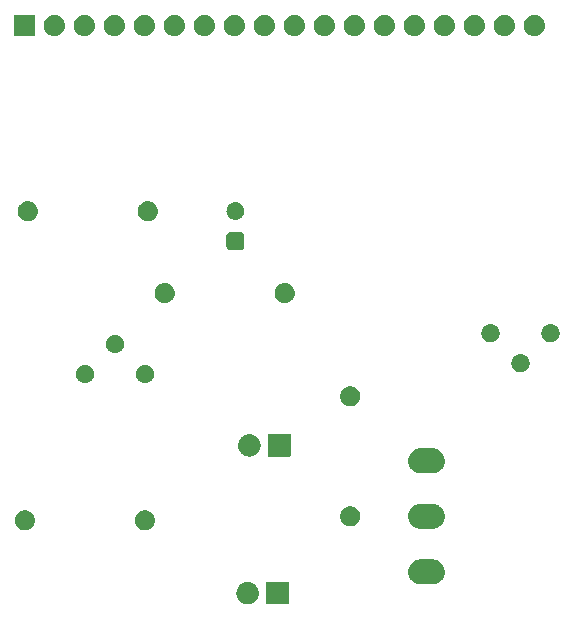
<source format=gbr>
%TF.GenerationSoftware,KiCad,Pcbnew,8.0.0*%
%TF.CreationDate,2024-03-15T09:10:00+01:00*%
%TF.ProjectId,carte_LED_Photodiode_carac,63617274-655f-44c4-9544-5f50686f746f,rev?*%
%TF.SameCoordinates,Original*%
%TF.FileFunction,Soldermask,Top*%
%TF.FilePolarity,Negative*%
%FSLAX46Y46*%
G04 Gerber Fmt 4.6, Leading zero omitted, Abs format (unit mm)*
G04 Created by KiCad (PCBNEW 8.0.0) date 2024-03-15 09:10:00*
%MOMM*%
%LPD*%
G01*
G04 APERTURE LIST*
G04 APERTURE END LIST*
G36*
X203106675Y-93450000D02*
G01*
X203148028Y-93450000D01*
X203194078Y-93458608D01*
X203246233Y-93463745D01*
X203285855Y-93475764D01*
X203321096Y-93482352D01*
X203369904Y-93501260D01*
X203425308Y-93518067D01*
X203456962Y-93534986D01*
X203485267Y-93545952D01*
X203534449Y-93576404D01*
X203590346Y-93606282D01*
X203613830Y-93625555D01*
X203634955Y-93638635D01*
X203681760Y-93681304D01*
X203735002Y-93724998D01*
X203750779Y-93744222D01*
X203765064Y-93757245D01*
X203806533Y-93812159D01*
X203853718Y-93869654D01*
X203862842Y-93886724D01*
X203871167Y-93897748D01*
X203904287Y-93964262D01*
X203941933Y-94034692D01*
X203945947Y-94047927D01*
X203949643Y-94055348D01*
X203971467Y-94132055D01*
X203996255Y-94213767D01*
X203997069Y-94222035D01*
X203997824Y-94224688D01*
X204005671Y-94309374D01*
X204014597Y-94400000D01*
X204005670Y-94490633D01*
X203997824Y-94575311D01*
X203997069Y-94577962D01*
X203996255Y-94586233D01*
X203971463Y-94667960D01*
X203949643Y-94744651D01*
X203945948Y-94752070D01*
X203941933Y-94765308D01*
X203904280Y-94835750D01*
X203871167Y-94902251D01*
X203862844Y-94913272D01*
X203853718Y-94930346D01*
X203806524Y-94987852D01*
X203765064Y-95042754D01*
X203750782Y-95055773D01*
X203735002Y-95075002D01*
X203681749Y-95118704D01*
X203634955Y-95161364D01*
X203613835Y-95174440D01*
X203590346Y-95193718D01*
X203534438Y-95223601D01*
X203485267Y-95254047D01*
X203456969Y-95265009D01*
X203425308Y-95281933D01*
X203369892Y-95298743D01*
X203321096Y-95317647D01*
X203285862Y-95324233D01*
X203246233Y-95336255D01*
X203194075Y-95341391D01*
X203148028Y-95350000D01*
X203106675Y-95350000D01*
X203060000Y-95354597D01*
X203013325Y-95350000D01*
X202971972Y-95350000D01*
X202925923Y-95341391D01*
X202873767Y-95336255D01*
X202834138Y-95324233D01*
X202798903Y-95317647D01*
X202750102Y-95298741D01*
X202694692Y-95281933D01*
X202663032Y-95265010D01*
X202634732Y-95254047D01*
X202585554Y-95223597D01*
X202529654Y-95193718D01*
X202506167Y-95174443D01*
X202485044Y-95161364D01*
X202438240Y-95118696D01*
X202384998Y-95075002D01*
X202369220Y-95055776D01*
X202354935Y-95042754D01*
X202313463Y-94987836D01*
X202266282Y-94930346D01*
X202257158Y-94913276D01*
X202248832Y-94902251D01*
X202215705Y-94835723D01*
X202178067Y-94765308D01*
X202174052Y-94752075D01*
X202170356Y-94744651D01*
X202148520Y-94667906D01*
X202123745Y-94586233D01*
X202122930Y-94577968D01*
X202122175Y-94575311D01*
X202114312Y-94490462D01*
X202105403Y-94400000D01*
X202114311Y-94309545D01*
X202122175Y-94224688D01*
X202122931Y-94222030D01*
X202123745Y-94213767D01*
X202148516Y-94132108D01*
X202170356Y-94055348D01*
X202174053Y-94047922D01*
X202178067Y-94034692D01*
X202215697Y-93964290D01*
X202248832Y-93897748D01*
X202257160Y-93886719D01*
X202266282Y-93869654D01*
X202313453Y-93812174D01*
X202354935Y-93757245D01*
X202369223Y-93744219D01*
X202384998Y-93724998D01*
X202438229Y-93681312D01*
X202485044Y-93638635D01*
X202506172Y-93625552D01*
X202529654Y-93606282D01*
X202585542Y-93576408D01*
X202634732Y-93545952D01*
X202663039Y-93534985D01*
X202694692Y-93518067D01*
X202750090Y-93501261D01*
X202798903Y-93482352D01*
X202834145Y-93475764D01*
X202873767Y-93463745D01*
X202925920Y-93458608D01*
X202971972Y-93450000D01*
X203013325Y-93450000D01*
X203060000Y-93445403D01*
X203106675Y-93450000D01*
G37*
G36*
X206519509Y-93452901D02*
G01*
X206536048Y-93463952D01*
X206547099Y-93480491D01*
X206550000Y-93495074D01*
X206550000Y-95304926D01*
X206547099Y-95319509D01*
X206536048Y-95336048D01*
X206519509Y-95347099D01*
X206504926Y-95350000D01*
X204695074Y-95350000D01*
X204680491Y-95347099D01*
X204663952Y-95336048D01*
X204652901Y-95319509D01*
X204650000Y-95304926D01*
X204650000Y-93495074D01*
X204652901Y-93480491D01*
X204652901Y-93480490D01*
X204663952Y-93463952D01*
X204680488Y-93452902D01*
X204680490Y-93452901D01*
X204680491Y-93452901D01*
X204695074Y-93450000D01*
X206504926Y-93450000D01*
X206519509Y-93452901D01*
G37*
G36*
X218884639Y-91566155D02*
G01*
X218945876Y-91575855D01*
X218965567Y-91582253D01*
X219006274Y-91590350D01*
X219063715Y-91614143D01*
X219103060Y-91626927D01*
X219139924Y-91645710D01*
X219197362Y-91669502D01*
X219231865Y-91692556D01*
X219250319Y-91701959D01*
X219300479Y-91738402D01*
X219369336Y-91784411D01*
X219515589Y-91930664D01*
X219561600Y-91999525D01*
X219598040Y-92049680D01*
X219607441Y-92068130D01*
X219630498Y-92102638D01*
X219654291Y-92160080D01*
X219673072Y-92196939D01*
X219685853Y-92236277D01*
X219709650Y-92293726D01*
X219717747Y-92334437D01*
X219724144Y-92354123D01*
X219733841Y-92415347D01*
X219750000Y-92496584D01*
X219750000Y-92703416D01*
X219733840Y-92784656D01*
X219724144Y-92845876D01*
X219717748Y-92865559D01*
X219709650Y-92906274D01*
X219685852Y-92963726D01*
X219673072Y-93003060D01*
X219654293Y-93039914D01*
X219630498Y-93097362D01*
X219607439Y-93131872D01*
X219598040Y-93150319D01*
X219561608Y-93200462D01*
X219515589Y-93269336D01*
X219369336Y-93415589D01*
X219300462Y-93461608D01*
X219250319Y-93498040D01*
X219231872Y-93507439D01*
X219197362Y-93530498D01*
X219139914Y-93554293D01*
X219103060Y-93573072D01*
X219063726Y-93585852D01*
X219006274Y-93609650D01*
X218965559Y-93617748D01*
X218945876Y-93624144D01*
X218884654Y-93633840D01*
X218803416Y-93650000D01*
X218782636Y-93650000D01*
X217617364Y-93650000D01*
X217596584Y-93650000D01*
X217515347Y-93633841D01*
X217454123Y-93624144D01*
X217434437Y-93617747D01*
X217393726Y-93609650D01*
X217336277Y-93585853D01*
X217296939Y-93573072D01*
X217260080Y-93554291D01*
X217202638Y-93530498D01*
X217168130Y-93507441D01*
X217149680Y-93498040D01*
X217099525Y-93461600D01*
X217030664Y-93415589D01*
X216884411Y-93269336D01*
X216838402Y-93200479D01*
X216801959Y-93150319D01*
X216792556Y-93131865D01*
X216769502Y-93097362D01*
X216745710Y-93039924D01*
X216726927Y-93003060D01*
X216714143Y-92963715D01*
X216690350Y-92906274D01*
X216682253Y-92865567D01*
X216675855Y-92845876D01*
X216666156Y-92784640D01*
X216650000Y-92703416D01*
X216650000Y-92496584D01*
X216666155Y-92415363D01*
X216675855Y-92354123D01*
X216682253Y-92334429D01*
X216690350Y-92293726D01*
X216714141Y-92236288D01*
X216726927Y-92196939D01*
X216745712Y-92160069D01*
X216769502Y-92102638D01*
X216792554Y-92068137D01*
X216801959Y-92049680D01*
X216838410Y-91999508D01*
X216884411Y-91930664D01*
X217030664Y-91784411D01*
X217099508Y-91738410D01*
X217149680Y-91701959D01*
X217168137Y-91692554D01*
X217202638Y-91669502D01*
X217260069Y-91645712D01*
X217296939Y-91626927D01*
X217336288Y-91614141D01*
X217393726Y-91590350D01*
X217434429Y-91582253D01*
X217454123Y-91575855D01*
X217515363Y-91566155D01*
X217596584Y-91550000D01*
X218803416Y-91550000D01*
X218884639Y-91566155D01*
G37*
G36*
X184241769Y-87400000D02*
G01*
X184289339Y-87400000D01*
X184330415Y-87408731D01*
X184366630Y-87412298D01*
X184412125Y-87426099D01*
X184464111Y-87437149D01*
X184497378Y-87451960D01*
X184526850Y-87460901D01*
X184573688Y-87485936D01*
X184627341Y-87509824D01*
X184652282Y-87527945D01*
X184674522Y-87539832D01*
X184719886Y-87577061D01*
X184771894Y-87614847D01*
X184788780Y-87633601D01*
X184803949Y-87646050D01*
X184844717Y-87695726D01*
X184891452Y-87747631D01*
X184901269Y-87764635D01*
X184910167Y-87775477D01*
X184943072Y-87837040D01*
X184980791Y-87902370D01*
X184985130Y-87915727D01*
X184989098Y-87923149D01*
X185010977Y-87995275D01*
X185036005Y-88072302D01*
X185036885Y-88080681D01*
X185037701Y-88083369D01*
X185045637Y-88163947D01*
X185054682Y-88250000D01*
X185045636Y-88336060D01*
X185037701Y-88416630D01*
X185036885Y-88419317D01*
X185036005Y-88427698D01*
X185010973Y-88504738D01*
X184989098Y-88576850D01*
X184985131Y-88584270D01*
X184980791Y-88597630D01*
X184943065Y-88662972D01*
X184910167Y-88724522D01*
X184901271Y-88735361D01*
X184891452Y-88752369D01*
X184844708Y-88804283D01*
X184803949Y-88853949D01*
X184788783Y-88866394D01*
X184771894Y-88885153D01*
X184719875Y-88922946D01*
X184674522Y-88960167D01*
X184652287Y-88972051D01*
X184627341Y-88990176D01*
X184573677Y-89014068D01*
X184526850Y-89039098D01*
X184497385Y-89048035D01*
X184464111Y-89062851D01*
X184412114Y-89073903D01*
X184366630Y-89087701D01*
X184330424Y-89091267D01*
X184289339Y-89100000D01*
X184241759Y-89100000D01*
X184200000Y-89104113D01*
X184158241Y-89100000D01*
X184110661Y-89100000D01*
X184069576Y-89091267D01*
X184033369Y-89087701D01*
X183987882Y-89073902D01*
X183935889Y-89062851D01*
X183902616Y-89048036D01*
X183873149Y-89039098D01*
X183826316Y-89014066D01*
X183772659Y-88990176D01*
X183747714Y-88972053D01*
X183725477Y-88960167D01*
X183680115Y-88922939D01*
X183628106Y-88885153D01*
X183611218Y-88866397D01*
X183596050Y-88853949D01*
X183555280Y-88804271D01*
X183508548Y-88752369D01*
X183498730Y-88735365D01*
X183489832Y-88724522D01*
X183456920Y-88662948D01*
X183419209Y-88597630D01*
X183414869Y-88584275D01*
X183410901Y-88576850D01*
X183389011Y-88504692D01*
X183363995Y-88427698D01*
X183363114Y-88419322D01*
X183362298Y-88416630D01*
X183354347Y-88335909D01*
X183345318Y-88250000D01*
X183354346Y-88164098D01*
X183362298Y-88083369D01*
X183363114Y-88080676D01*
X183363995Y-88072302D01*
X183389007Y-87995322D01*
X183410901Y-87923149D01*
X183414870Y-87915722D01*
X183419209Y-87902370D01*
X183456913Y-87837063D01*
X183489832Y-87775477D01*
X183498732Y-87764631D01*
X183508548Y-87747631D01*
X183555271Y-87695738D01*
X183596050Y-87646050D01*
X183611222Y-87633598D01*
X183628106Y-87614847D01*
X183680105Y-87577067D01*
X183725477Y-87539832D01*
X183747720Y-87527943D01*
X183772659Y-87509824D01*
X183826305Y-87485938D01*
X183873149Y-87460901D01*
X183902623Y-87451959D01*
X183935889Y-87437149D01*
X183987871Y-87426099D01*
X184033369Y-87412298D01*
X184069585Y-87408730D01*
X184110661Y-87400000D01*
X184158231Y-87400000D01*
X184200000Y-87395886D01*
X184241769Y-87400000D01*
G37*
G36*
X194401769Y-87400000D02*
G01*
X194449339Y-87400000D01*
X194490415Y-87408731D01*
X194526630Y-87412298D01*
X194572125Y-87426099D01*
X194624111Y-87437149D01*
X194657378Y-87451960D01*
X194686850Y-87460901D01*
X194733688Y-87485936D01*
X194787341Y-87509824D01*
X194812282Y-87527945D01*
X194834522Y-87539832D01*
X194879886Y-87577061D01*
X194931894Y-87614847D01*
X194948780Y-87633601D01*
X194963949Y-87646050D01*
X195004717Y-87695726D01*
X195051452Y-87747631D01*
X195061269Y-87764635D01*
X195070167Y-87775477D01*
X195103072Y-87837040D01*
X195140791Y-87902370D01*
X195145130Y-87915727D01*
X195149098Y-87923149D01*
X195170977Y-87995275D01*
X195196005Y-88072302D01*
X195196885Y-88080681D01*
X195197701Y-88083369D01*
X195205637Y-88163947D01*
X195214682Y-88250000D01*
X195205636Y-88336060D01*
X195197701Y-88416630D01*
X195196885Y-88419317D01*
X195196005Y-88427698D01*
X195170973Y-88504738D01*
X195149098Y-88576850D01*
X195145131Y-88584270D01*
X195140791Y-88597630D01*
X195103065Y-88662972D01*
X195070167Y-88724522D01*
X195061271Y-88735361D01*
X195051452Y-88752369D01*
X195004708Y-88804283D01*
X194963949Y-88853949D01*
X194948783Y-88866394D01*
X194931894Y-88885153D01*
X194879875Y-88922946D01*
X194834522Y-88960167D01*
X194812287Y-88972051D01*
X194787341Y-88990176D01*
X194733677Y-89014068D01*
X194686850Y-89039098D01*
X194657385Y-89048035D01*
X194624111Y-89062851D01*
X194572114Y-89073903D01*
X194526630Y-89087701D01*
X194490424Y-89091267D01*
X194449339Y-89100000D01*
X194401759Y-89100000D01*
X194360000Y-89104113D01*
X194318241Y-89100000D01*
X194270661Y-89100000D01*
X194229576Y-89091267D01*
X194193369Y-89087701D01*
X194147882Y-89073902D01*
X194095889Y-89062851D01*
X194062616Y-89048036D01*
X194033149Y-89039098D01*
X193986316Y-89014066D01*
X193932659Y-88990176D01*
X193907714Y-88972053D01*
X193885477Y-88960167D01*
X193840115Y-88922939D01*
X193788106Y-88885153D01*
X193771218Y-88866397D01*
X193756050Y-88853949D01*
X193715280Y-88804271D01*
X193668548Y-88752369D01*
X193658730Y-88735365D01*
X193649832Y-88724522D01*
X193616920Y-88662948D01*
X193579209Y-88597630D01*
X193574869Y-88584275D01*
X193570901Y-88576850D01*
X193549011Y-88504692D01*
X193523995Y-88427698D01*
X193523114Y-88419322D01*
X193522298Y-88416630D01*
X193514347Y-88335909D01*
X193505318Y-88250000D01*
X193514346Y-88164098D01*
X193522298Y-88083369D01*
X193523114Y-88080676D01*
X193523995Y-88072302D01*
X193549007Y-87995322D01*
X193570901Y-87923149D01*
X193574870Y-87915722D01*
X193579209Y-87902370D01*
X193616913Y-87837063D01*
X193649832Y-87775477D01*
X193658732Y-87764631D01*
X193668548Y-87747631D01*
X193715271Y-87695738D01*
X193756050Y-87646050D01*
X193771222Y-87633598D01*
X193788106Y-87614847D01*
X193840105Y-87577067D01*
X193885477Y-87539832D01*
X193907720Y-87527943D01*
X193932659Y-87509824D01*
X193986305Y-87485938D01*
X194033149Y-87460901D01*
X194062623Y-87451959D01*
X194095889Y-87437149D01*
X194147871Y-87426099D01*
X194193369Y-87412298D01*
X194229585Y-87408730D01*
X194270661Y-87400000D01*
X194318231Y-87400000D01*
X194360000Y-87395886D01*
X194401769Y-87400000D01*
G37*
G36*
X218884639Y-86866155D02*
G01*
X218945876Y-86875855D01*
X218965567Y-86882253D01*
X219006274Y-86890350D01*
X219063715Y-86914143D01*
X219103060Y-86926927D01*
X219139924Y-86945710D01*
X219197362Y-86969502D01*
X219231865Y-86992556D01*
X219250319Y-87001959D01*
X219300479Y-87038402D01*
X219369336Y-87084411D01*
X219515589Y-87230664D01*
X219561600Y-87299525D01*
X219598040Y-87349680D01*
X219607441Y-87368130D01*
X219630498Y-87402638D01*
X219654291Y-87460080D01*
X219673072Y-87496939D01*
X219685853Y-87536277D01*
X219709650Y-87593726D01*
X219717747Y-87634437D01*
X219724144Y-87654123D01*
X219733841Y-87715347D01*
X219750000Y-87796584D01*
X219750000Y-88003416D01*
X219733840Y-88084656D01*
X219724144Y-88145876D01*
X219717748Y-88165559D01*
X219709650Y-88206274D01*
X219685852Y-88263726D01*
X219673072Y-88303060D01*
X219654293Y-88339914D01*
X219630498Y-88397362D01*
X219607439Y-88431872D01*
X219598040Y-88450319D01*
X219561608Y-88500462D01*
X219515589Y-88569336D01*
X219369336Y-88715589D01*
X219300462Y-88761608D01*
X219250319Y-88798040D01*
X219231872Y-88807439D01*
X219197362Y-88830498D01*
X219139914Y-88854293D01*
X219103060Y-88873072D01*
X219063726Y-88885852D01*
X219006274Y-88909650D01*
X218965559Y-88917748D01*
X218945876Y-88924144D01*
X218884654Y-88933840D01*
X218803416Y-88950000D01*
X218782636Y-88950000D01*
X217617364Y-88950000D01*
X217596584Y-88950000D01*
X217515347Y-88933841D01*
X217454123Y-88924144D01*
X217434437Y-88917747D01*
X217393726Y-88909650D01*
X217336277Y-88885853D01*
X217296939Y-88873072D01*
X217260080Y-88854291D01*
X217202638Y-88830498D01*
X217168130Y-88807441D01*
X217149680Y-88798040D01*
X217099525Y-88761600D01*
X217030664Y-88715589D01*
X216884411Y-88569336D01*
X216838402Y-88500479D01*
X216801959Y-88450319D01*
X216792556Y-88431865D01*
X216769502Y-88397362D01*
X216745710Y-88339924D01*
X216726927Y-88303060D01*
X216714143Y-88263715D01*
X216690350Y-88206274D01*
X216682253Y-88165567D01*
X216675855Y-88145876D01*
X216666156Y-88084640D01*
X216650000Y-88003416D01*
X216650000Y-87796584D01*
X216666155Y-87715363D01*
X216675855Y-87654123D01*
X216682253Y-87634429D01*
X216690350Y-87593726D01*
X216714141Y-87536288D01*
X216726927Y-87496939D01*
X216745712Y-87460069D01*
X216769502Y-87402638D01*
X216792554Y-87368137D01*
X216801959Y-87349680D01*
X216838410Y-87299508D01*
X216884411Y-87230664D01*
X217030664Y-87084411D01*
X217099508Y-87038410D01*
X217149680Y-87001959D01*
X217168137Y-86992554D01*
X217202638Y-86969502D01*
X217260069Y-86945712D01*
X217296939Y-86926927D01*
X217336288Y-86914141D01*
X217393726Y-86890350D01*
X217434429Y-86882253D01*
X217454123Y-86875855D01*
X217515363Y-86866155D01*
X217596584Y-86850000D01*
X218803416Y-86850000D01*
X218884639Y-86866155D01*
G37*
G36*
X211791769Y-87060000D02*
G01*
X211839339Y-87060000D01*
X211880415Y-87068731D01*
X211916630Y-87072298D01*
X211962125Y-87086099D01*
X212014111Y-87097149D01*
X212047378Y-87111960D01*
X212076850Y-87120901D01*
X212123688Y-87145936D01*
X212177341Y-87169824D01*
X212202282Y-87187945D01*
X212224522Y-87199832D01*
X212269886Y-87237061D01*
X212321894Y-87274847D01*
X212338780Y-87293601D01*
X212353949Y-87306050D01*
X212394717Y-87355726D01*
X212441452Y-87407631D01*
X212451269Y-87424635D01*
X212460167Y-87435477D01*
X212493072Y-87497040D01*
X212530791Y-87562370D01*
X212535130Y-87575727D01*
X212539098Y-87583149D01*
X212560977Y-87655275D01*
X212586005Y-87732302D01*
X212586885Y-87740681D01*
X212587701Y-87743369D01*
X212595637Y-87823947D01*
X212604682Y-87910000D01*
X212595636Y-87996060D01*
X212587701Y-88076630D01*
X212586885Y-88079317D01*
X212586005Y-88087698D01*
X212560973Y-88164738D01*
X212539098Y-88236850D01*
X212535131Y-88244270D01*
X212530791Y-88257630D01*
X212493065Y-88322972D01*
X212460167Y-88384522D01*
X212451271Y-88395361D01*
X212441452Y-88412369D01*
X212394708Y-88464283D01*
X212353949Y-88513949D01*
X212338783Y-88526394D01*
X212321894Y-88545153D01*
X212269875Y-88582946D01*
X212224522Y-88620167D01*
X212202287Y-88632051D01*
X212177341Y-88650176D01*
X212123677Y-88674068D01*
X212076850Y-88699098D01*
X212047385Y-88708035D01*
X212014111Y-88722851D01*
X211962114Y-88733903D01*
X211916630Y-88747701D01*
X211880424Y-88751267D01*
X211839339Y-88760000D01*
X211791759Y-88760000D01*
X211750000Y-88764113D01*
X211708241Y-88760000D01*
X211660661Y-88760000D01*
X211619576Y-88751267D01*
X211583369Y-88747701D01*
X211537882Y-88733902D01*
X211485889Y-88722851D01*
X211452616Y-88708036D01*
X211423149Y-88699098D01*
X211376316Y-88674066D01*
X211322659Y-88650176D01*
X211297714Y-88632053D01*
X211275477Y-88620167D01*
X211230115Y-88582939D01*
X211178106Y-88545153D01*
X211161218Y-88526397D01*
X211146050Y-88513949D01*
X211105280Y-88464271D01*
X211058548Y-88412369D01*
X211048730Y-88395365D01*
X211039832Y-88384522D01*
X211006920Y-88322948D01*
X210969209Y-88257630D01*
X210964869Y-88244275D01*
X210960901Y-88236850D01*
X210939011Y-88164692D01*
X210913995Y-88087698D01*
X210913114Y-88079322D01*
X210912298Y-88076630D01*
X210904347Y-87995909D01*
X210895318Y-87910000D01*
X210904346Y-87824098D01*
X210912298Y-87743369D01*
X210913114Y-87740676D01*
X210913995Y-87732302D01*
X210939007Y-87655322D01*
X210960901Y-87583149D01*
X210964870Y-87575722D01*
X210969209Y-87562370D01*
X211006913Y-87497063D01*
X211039832Y-87435477D01*
X211048732Y-87424631D01*
X211058548Y-87407631D01*
X211105271Y-87355738D01*
X211146050Y-87306050D01*
X211161222Y-87293598D01*
X211178106Y-87274847D01*
X211230105Y-87237067D01*
X211275477Y-87199832D01*
X211297720Y-87187943D01*
X211322659Y-87169824D01*
X211376305Y-87145938D01*
X211423149Y-87120901D01*
X211452623Y-87111959D01*
X211485889Y-87097149D01*
X211537871Y-87086099D01*
X211583369Y-87072298D01*
X211619585Y-87068730D01*
X211660661Y-87060000D01*
X211708231Y-87060000D01*
X211750000Y-87055886D01*
X211791769Y-87060000D01*
G37*
G36*
X218884639Y-82166155D02*
G01*
X218945876Y-82175855D01*
X218965567Y-82182253D01*
X219006274Y-82190350D01*
X219063715Y-82214143D01*
X219103060Y-82226927D01*
X219139924Y-82245710D01*
X219197362Y-82269502D01*
X219231865Y-82292556D01*
X219250319Y-82301959D01*
X219300479Y-82338402D01*
X219369336Y-82384411D01*
X219515589Y-82530664D01*
X219561600Y-82599525D01*
X219598040Y-82649680D01*
X219607441Y-82668130D01*
X219630498Y-82702638D01*
X219654291Y-82760080D01*
X219673072Y-82796939D01*
X219685853Y-82836277D01*
X219709650Y-82893726D01*
X219717747Y-82934437D01*
X219724144Y-82954123D01*
X219733841Y-83015347D01*
X219750000Y-83096584D01*
X219750000Y-83303416D01*
X219733840Y-83384656D01*
X219724144Y-83445876D01*
X219717748Y-83465559D01*
X219709650Y-83506274D01*
X219685852Y-83563726D01*
X219673072Y-83603060D01*
X219654293Y-83639914D01*
X219630498Y-83697362D01*
X219607439Y-83731872D01*
X219598040Y-83750319D01*
X219561608Y-83800462D01*
X219515589Y-83869336D01*
X219369336Y-84015589D01*
X219300462Y-84061608D01*
X219250319Y-84098040D01*
X219231872Y-84107439D01*
X219197362Y-84130498D01*
X219139914Y-84154293D01*
X219103060Y-84173072D01*
X219063726Y-84185852D01*
X219006274Y-84209650D01*
X218965559Y-84217748D01*
X218945876Y-84224144D01*
X218884654Y-84233840D01*
X218803416Y-84250000D01*
X218782636Y-84250000D01*
X217617364Y-84250000D01*
X217596584Y-84250000D01*
X217515347Y-84233841D01*
X217454123Y-84224144D01*
X217434437Y-84217747D01*
X217393726Y-84209650D01*
X217336277Y-84185853D01*
X217296939Y-84173072D01*
X217260080Y-84154291D01*
X217202638Y-84130498D01*
X217168130Y-84107441D01*
X217149680Y-84098040D01*
X217099525Y-84061600D01*
X217030664Y-84015589D01*
X216884411Y-83869336D01*
X216838402Y-83800479D01*
X216801959Y-83750319D01*
X216792556Y-83731865D01*
X216769502Y-83697362D01*
X216745710Y-83639924D01*
X216726927Y-83603060D01*
X216714143Y-83563715D01*
X216690350Y-83506274D01*
X216682253Y-83465567D01*
X216675855Y-83445876D01*
X216666156Y-83384640D01*
X216650000Y-83303416D01*
X216650000Y-83096584D01*
X216666155Y-83015363D01*
X216675855Y-82954123D01*
X216682253Y-82934429D01*
X216690350Y-82893726D01*
X216714141Y-82836288D01*
X216726927Y-82796939D01*
X216745712Y-82760069D01*
X216769502Y-82702638D01*
X216792554Y-82668137D01*
X216801959Y-82649680D01*
X216838410Y-82599508D01*
X216884411Y-82530664D01*
X217030664Y-82384411D01*
X217099508Y-82338410D01*
X217149680Y-82301959D01*
X217168137Y-82292554D01*
X217202638Y-82269502D01*
X217260069Y-82245712D01*
X217296939Y-82226927D01*
X217336288Y-82214141D01*
X217393726Y-82190350D01*
X217434429Y-82182253D01*
X217454123Y-82175855D01*
X217515363Y-82166155D01*
X217596584Y-82150000D01*
X218803416Y-82150000D01*
X218884639Y-82166155D01*
G37*
G36*
X203256675Y-80950000D02*
G01*
X203298028Y-80950000D01*
X203344078Y-80958608D01*
X203396233Y-80963745D01*
X203435855Y-80975764D01*
X203471096Y-80982352D01*
X203519904Y-81001260D01*
X203575308Y-81018067D01*
X203606962Y-81034986D01*
X203635267Y-81045952D01*
X203684449Y-81076404D01*
X203740346Y-81106282D01*
X203763830Y-81125555D01*
X203784955Y-81138635D01*
X203831760Y-81181304D01*
X203885002Y-81224998D01*
X203900779Y-81244222D01*
X203915064Y-81257245D01*
X203956533Y-81312159D01*
X204003718Y-81369654D01*
X204012842Y-81386724D01*
X204021167Y-81397748D01*
X204054287Y-81464262D01*
X204091933Y-81534692D01*
X204095947Y-81547927D01*
X204099643Y-81555348D01*
X204121467Y-81632055D01*
X204146255Y-81713767D01*
X204147069Y-81722035D01*
X204147824Y-81724688D01*
X204155671Y-81809374D01*
X204164597Y-81900000D01*
X204155670Y-81990633D01*
X204147824Y-82075311D01*
X204147069Y-82077962D01*
X204146255Y-82086233D01*
X204121463Y-82167960D01*
X204099643Y-82244651D01*
X204095948Y-82252070D01*
X204091933Y-82265308D01*
X204054280Y-82335750D01*
X204021167Y-82402251D01*
X204012844Y-82413272D01*
X204003718Y-82430346D01*
X203956524Y-82487852D01*
X203915064Y-82542754D01*
X203900782Y-82555773D01*
X203885002Y-82575002D01*
X203831749Y-82618704D01*
X203784955Y-82661364D01*
X203763835Y-82674440D01*
X203740346Y-82693718D01*
X203684438Y-82723601D01*
X203635267Y-82754047D01*
X203606969Y-82765009D01*
X203575308Y-82781933D01*
X203519892Y-82798743D01*
X203471096Y-82817647D01*
X203435862Y-82824233D01*
X203396233Y-82836255D01*
X203344075Y-82841391D01*
X203298028Y-82850000D01*
X203256675Y-82850000D01*
X203210000Y-82854597D01*
X203163325Y-82850000D01*
X203121972Y-82850000D01*
X203075923Y-82841391D01*
X203023767Y-82836255D01*
X202984138Y-82824233D01*
X202948903Y-82817647D01*
X202900102Y-82798741D01*
X202844692Y-82781933D01*
X202813032Y-82765010D01*
X202784732Y-82754047D01*
X202735554Y-82723597D01*
X202679654Y-82693718D01*
X202656167Y-82674443D01*
X202635044Y-82661364D01*
X202588240Y-82618696D01*
X202534998Y-82575002D01*
X202519220Y-82555776D01*
X202504935Y-82542754D01*
X202463463Y-82487836D01*
X202416282Y-82430346D01*
X202407158Y-82413276D01*
X202398832Y-82402251D01*
X202365705Y-82335723D01*
X202328067Y-82265308D01*
X202324052Y-82252075D01*
X202320356Y-82244651D01*
X202298520Y-82167906D01*
X202273745Y-82086233D01*
X202272930Y-82077968D01*
X202272175Y-82075311D01*
X202264312Y-81990462D01*
X202255403Y-81900000D01*
X202264311Y-81809545D01*
X202272175Y-81724688D01*
X202272931Y-81722030D01*
X202273745Y-81713767D01*
X202298516Y-81632108D01*
X202320356Y-81555348D01*
X202324053Y-81547922D01*
X202328067Y-81534692D01*
X202365697Y-81464290D01*
X202398832Y-81397748D01*
X202407160Y-81386719D01*
X202416282Y-81369654D01*
X202463453Y-81312174D01*
X202504935Y-81257245D01*
X202519223Y-81244219D01*
X202534998Y-81224998D01*
X202588229Y-81181312D01*
X202635044Y-81138635D01*
X202656172Y-81125552D01*
X202679654Y-81106282D01*
X202735542Y-81076408D01*
X202784732Y-81045952D01*
X202813039Y-81034985D01*
X202844692Y-81018067D01*
X202900090Y-81001261D01*
X202948903Y-80982352D01*
X202984145Y-80975764D01*
X203023767Y-80963745D01*
X203075920Y-80958608D01*
X203121972Y-80950000D01*
X203163325Y-80950000D01*
X203210000Y-80945403D01*
X203256675Y-80950000D01*
G37*
G36*
X206669509Y-80952901D02*
G01*
X206686048Y-80963952D01*
X206697099Y-80980491D01*
X206700000Y-80995074D01*
X206700000Y-82804926D01*
X206697099Y-82819509D01*
X206686048Y-82836048D01*
X206669509Y-82847099D01*
X206654926Y-82850000D01*
X204845074Y-82850000D01*
X204830491Y-82847099D01*
X204813952Y-82836048D01*
X204802901Y-82819509D01*
X204800000Y-82804926D01*
X204800000Y-80995074D01*
X204802901Y-80980491D01*
X204802901Y-80980490D01*
X204813952Y-80963952D01*
X204830488Y-80952902D01*
X204830490Y-80952901D01*
X204830491Y-80952901D01*
X204845074Y-80950000D01*
X206654926Y-80950000D01*
X206669509Y-80952901D01*
G37*
G36*
X211791769Y-76900000D02*
G01*
X211839339Y-76900000D01*
X211880415Y-76908731D01*
X211916630Y-76912298D01*
X211962125Y-76926099D01*
X212014111Y-76937149D01*
X212047378Y-76951960D01*
X212076850Y-76960901D01*
X212123688Y-76985936D01*
X212177341Y-77009824D01*
X212202282Y-77027945D01*
X212224522Y-77039832D01*
X212269886Y-77077061D01*
X212321894Y-77114847D01*
X212338780Y-77133601D01*
X212353949Y-77146050D01*
X212394717Y-77195726D01*
X212441452Y-77247631D01*
X212451269Y-77264635D01*
X212460167Y-77275477D01*
X212493072Y-77337040D01*
X212530791Y-77402370D01*
X212535130Y-77415727D01*
X212539098Y-77423149D01*
X212560977Y-77495275D01*
X212586005Y-77572302D01*
X212586885Y-77580681D01*
X212587701Y-77583369D01*
X212595637Y-77663947D01*
X212604682Y-77750000D01*
X212595636Y-77836060D01*
X212587701Y-77916630D01*
X212586885Y-77919317D01*
X212586005Y-77927698D01*
X212560973Y-78004738D01*
X212539098Y-78076850D01*
X212535131Y-78084270D01*
X212530791Y-78097630D01*
X212493065Y-78162972D01*
X212460167Y-78224522D01*
X212451271Y-78235361D01*
X212441452Y-78252369D01*
X212394708Y-78304283D01*
X212353949Y-78353949D01*
X212338783Y-78366394D01*
X212321894Y-78385153D01*
X212269875Y-78422946D01*
X212224522Y-78460167D01*
X212202287Y-78472051D01*
X212177341Y-78490176D01*
X212123677Y-78514068D01*
X212076850Y-78539098D01*
X212047385Y-78548035D01*
X212014111Y-78562851D01*
X211962114Y-78573903D01*
X211916630Y-78587701D01*
X211880424Y-78591267D01*
X211839339Y-78600000D01*
X211791759Y-78600000D01*
X211750000Y-78604113D01*
X211708241Y-78600000D01*
X211660661Y-78600000D01*
X211619576Y-78591267D01*
X211583369Y-78587701D01*
X211537882Y-78573902D01*
X211485889Y-78562851D01*
X211452616Y-78548036D01*
X211423149Y-78539098D01*
X211376316Y-78514066D01*
X211322659Y-78490176D01*
X211297714Y-78472053D01*
X211275477Y-78460167D01*
X211230115Y-78422939D01*
X211178106Y-78385153D01*
X211161218Y-78366397D01*
X211146050Y-78353949D01*
X211105280Y-78304271D01*
X211058548Y-78252369D01*
X211048730Y-78235365D01*
X211039832Y-78224522D01*
X211006920Y-78162948D01*
X210969209Y-78097630D01*
X210964869Y-78084275D01*
X210960901Y-78076850D01*
X210939011Y-78004692D01*
X210913995Y-77927698D01*
X210913114Y-77919322D01*
X210912298Y-77916630D01*
X210904347Y-77835909D01*
X210895318Y-77750000D01*
X210904346Y-77664098D01*
X210912298Y-77583369D01*
X210913114Y-77580676D01*
X210913995Y-77572302D01*
X210939007Y-77495322D01*
X210960901Y-77423149D01*
X210964870Y-77415722D01*
X210969209Y-77402370D01*
X211006913Y-77337063D01*
X211039832Y-77275477D01*
X211048732Y-77264631D01*
X211058548Y-77247631D01*
X211105271Y-77195738D01*
X211146050Y-77146050D01*
X211161222Y-77133598D01*
X211178106Y-77114847D01*
X211230105Y-77077067D01*
X211275477Y-77039832D01*
X211297720Y-77027943D01*
X211322659Y-77009824D01*
X211376305Y-76985938D01*
X211423149Y-76960901D01*
X211452623Y-76951959D01*
X211485889Y-76937149D01*
X211537871Y-76926099D01*
X211583369Y-76912298D01*
X211619585Y-76908730D01*
X211660661Y-76900000D01*
X211708231Y-76900000D01*
X211750000Y-76895886D01*
X211791769Y-76900000D01*
G37*
G36*
X189333239Y-75080000D02*
G01*
X189370932Y-75080000D01*
X189413453Y-75089038D01*
X189462425Y-75094556D01*
X189498034Y-75107016D01*
X189529254Y-75113652D01*
X189574240Y-75133681D01*
X189626204Y-75151864D01*
X189653253Y-75168860D01*
X189677121Y-75179487D01*
X189721627Y-75211822D01*
X189773125Y-75244181D01*
X189791617Y-75262673D01*
X189808066Y-75274624D01*
X189848735Y-75319791D01*
X189895819Y-75366875D01*
X189906647Y-75384108D01*
X189916376Y-75394913D01*
X189949654Y-75452553D01*
X189988136Y-75513796D01*
X189992940Y-75527527D01*
X189997304Y-75535085D01*
X190019647Y-75603852D01*
X190045444Y-75677575D01*
X190046422Y-75686256D01*
X190047322Y-75689026D01*
X190055481Y-75766657D01*
X190064872Y-75850000D01*
X190055480Y-75933349D01*
X190047322Y-76010973D01*
X190046422Y-76013741D01*
X190045444Y-76022425D01*
X190019643Y-76096160D01*
X189997304Y-76164914D01*
X189992941Y-76172469D01*
X189988136Y-76186204D01*
X189949647Y-76247457D01*
X189916376Y-76305086D01*
X189906649Y-76315887D01*
X189895819Y-76333125D01*
X189848726Y-76380217D01*
X189808066Y-76425375D01*
X189791621Y-76437322D01*
X189773125Y-76455819D01*
X189721617Y-76488183D01*
X189677121Y-76520512D01*
X189653259Y-76531136D01*
X189626204Y-76548136D01*
X189574230Y-76566322D01*
X189529254Y-76586347D01*
X189498040Y-76592981D01*
X189462425Y-76605444D01*
X189413450Y-76610962D01*
X189370932Y-76620000D01*
X189333239Y-76620000D01*
X189290000Y-76624872D01*
X189246761Y-76620000D01*
X189209068Y-76620000D01*
X189166548Y-76610962D01*
X189117575Y-76605444D01*
X189081960Y-76592982D01*
X189050745Y-76586347D01*
X189005765Y-76566320D01*
X188953796Y-76548136D01*
X188926743Y-76531137D01*
X188902878Y-76520512D01*
X188858375Y-76488178D01*
X188806875Y-76455819D01*
X188788381Y-76437325D01*
X188771933Y-76425375D01*
X188731263Y-76380207D01*
X188684181Y-76333125D01*
X188673352Y-76315891D01*
X188663623Y-76305086D01*
X188630340Y-76247438D01*
X188591864Y-76186204D01*
X188587059Y-76172473D01*
X188582695Y-76164914D01*
X188560342Y-76096120D01*
X188534556Y-76022425D01*
X188533578Y-76013746D01*
X188532677Y-76010973D01*
X188524504Y-75933217D01*
X188515128Y-75850000D01*
X188524503Y-75766789D01*
X188532677Y-75689026D01*
X188533578Y-75686252D01*
X188534556Y-75677575D01*
X188560338Y-75603892D01*
X188582695Y-75535085D01*
X188587060Y-75527523D01*
X188591864Y-75513796D01*
X188630333Y-75452573D01*
X188663623Y-75394913D01*
X188673354Y-75384105D01*
X188684181Y-75366875D01*
X188731252Y-75319803D01*
X188771930Y-75274627D01*
X188788382Y-75262673D01*
X188806875Y-75244181D01*
X188858370Y-75211823D01*
X188902880Y-75179486D01*
X188926748Y-75168859D01*
X188953796Y-75151864D01*
X189005760Y-75133681D01*
X189050747Y-75113652D01*
X189081964Y-75107016D01*
X189117575Y-75094556D01*
X189166546Y-75089038D01*
X189209068Y-75080000D01*
X189246761Y-75080000D01*
X189290000Y-75075128D01*
X189333239Y-75080000D01*
G37*
G36*
X194413239Y-75080000D02*
G01*
X194450932Y-75080000D01*
X194493453Y-75089038D01*
X194542425Y-75094556D01*
X194578034Y-75107016D01*
X194609254Y-75113652D01*
X194654240Y-75133681D01*
X194706204Y-75151864D01*
X194733253Y-75168860D01*
X194757121Y-75179487D01*
X194801627Y-75211822D01*
X194853125Y-75244181D01*
X194871617Y-75262673D01*
X194888066Y-75274624D01*
X194928735Y-75319791D01*
X194975819Y-75366875D01*
X194986647Y-75384108D01*
X194996376Y-75394913D01*
X195029654Y-75452553D01*
X195068136Y-75513796D01*
X195072940Y-75527527D01*
X195077304Y-75535085D01*
X195099647Y-75603852D01*
X195125444Y-75677575D01*
X195126422Y-75686256D01*
X195127322Y-75689026D01*
X195135481Y-75766657D01*
X195144872Y-75850000D01*
X195135480Y-75933349D01*
X195127322Y-76010973D01*
X195126422Y-76013741D01*
X195125444Y-76022425D01*
X195099643Y-76096160D01*
X195077304Y-76164914D01*
X195072941Y-76172469D01*
X195068136Y-76186204D01*
X195029647Y-76247457D01*
X194996376Y-76305086D01*
X194986649Y-76315887D01*
X194975819Y-76333125D01*
X194928726Y-76380217D01*
X194888066Y-76425375D01*
X194871621Y-76437322D01*
X194853125Y-76455819D01*
X194801617Y-76488183D01*
X194757121Y-76520512D01*
X194733259Y-76531136D01*
X194706204Y-76548136D01*
X194654230Y-76566322D01*
X194609254Y-76586347D01*
X194578040Y-76592981D01*
X194542425Y-76605444D01*
X194493450Y-76610962D01*
X194450932Y-76620000D01*
X194413239Y-76620000D01*
X194370000Y-76624872D01*
X194326761Y-76620000D01*
X194289068Y-76620000D01*
X194246548Y-76610962D01*
X194197575Y-76605444D01*
X194161960Y-76592982D01*
X194130745Y-76586347D01*
X194085765Y-76566320D01*
X194033796Y-76548136D01*
X194006743Y-76531137D01*
X193982878Y-76520512D01*
X193938375Y-76488178D01*
X193886875Y-76455819D01*
X193868381Y-76437325D01*
X193851933Y-76425375D01*
X193811263Y-76380207D01*
X193764181Y-76333125D01*
X193753352Y-76315891D01*
X193743623Y-76305086D01*
X193710340Y-76247438D01*
X193671864Y-76186204D01*
X193667059Y-76172473D01*
X193662695Y-76164914D01*
X193640342Y-76096120D01*
X193614556Y-76022425D01*
X193613578Y-76013746D01*
X193612677Y-76010973D01*
X193604504Y-75933217D01*
X193595128Y-75850000D01*
X193604503Y-75766789D01*
X193612677Y-75689026D01*
X193613578Y-75686252D01*
X193614556Y-75677575D01*
X193640338Y-75603892D01*
X193662695Y-75535085D01*
X193667060Y-75527523D01*
X193671864Y-75513796D01*
X193710333Y-75452573D01*
X193743623Y-75394913D01*
X193753354Y-75384105D01*
X193764181Y-75366875D01*
X193811252Y-75319803D01*
X193851930Y-75274627D01*
X193868382Y-75262673D01*
X193886875Y-75244181D01*
X193938370Y-75211823D01*
X193982880Y-75179486D01*
X194006748Y-75168859D01*
X194033796Y-75151864D01*
X194085760Y-75133681D01*
X194130747Y-75113652D01*
X194161964Y-75107016D01*
X194197575Y-75094556D01*
X194246546Y-75089038D01*
X194289068Y-75080000D01*
X194326761Y-75080000D01*
X194370000Y-75075128D01*
X194413239Y-75080000D01*
G37*
G36*
X226203239Y-74170000D02*
G01*
X226240932Y-74170000D01*
X226283453Y-74179038D01*
X226332425Y-74184556D01*
X226368034Y-74197016D01*
X226399254Y-74203652D01*
X226444240Y-74223681D01*
X226496204Y-74241864D01*
X226523253Y-74258860D01*
X226547121Y-74269487D01*
X226591627Y-74301822D01*
X226643125Y-74334181D01*
X226661617Y-74352673D01*
X226678066Y-74364624D01*
X226718735Y-74409791D01*
X226765819Y-74456875D01*
X226776647Y-74474108D01*
X226786376Y-74484913D01*
X226819654Y-74542553D01*
X226858136Y-74603796D01*
X226862940Y-74617527D01*
X226867304Y-74625085D01*
X226889647Y-74693852D01*
X226915444Y-74767575D01*
X226916422Y-74776256D01*
X226917322Y-74779026D01*
X226925481Y-74856657D01*
X226934872Y-74940000D01*
X226925480Y-75023349D01*
X226917322Y-75100973D01*
X226916422Y-75103741D01*
X226915444Y-75112425D01*
X226889643Y-75186160D01*
X226867304Y-75254914D01*
X226862941Y-75262469D01*
X226858136Y-75276204D01*
X226819647Y-75337457D01*
X226786376Y-75395086D01*
X226776649Y-75405887D01*
X226765819Y-75423125D01*
X226718726Y-75470217D01*
X226678066Y-75515375D01*
X226661621Y-75527322D01*
X226643125Y-75545819D01*
X226591617Y-75578183D01*
X226547121Y-75610512D01*
X226523259Y-75621136D01*
X226496204Y-75638136D01*
X226444230Y-75656322D01*
X226399254Y-75676347D01*
X226368040Y-75682981D01*
X226332425Y-75695444D01*
X226283450Y-75700962D01*
X226240932Y-75710000D01*
X226203239Y-75710000D01*
X226160000Y-75714872D01*
X226116761Y-75710000D01*
X226079068Y-75710000D01*
X226036548Y-75700962D01*
X225987575Y-75695444D01*
X225951960Y-75682982D01*
X225920745Y-75676347D01*
X225875765Y-75656320D01*
X225823796Y-75638136D01*
X225796743Y-75621137D01*
X225772878Y-75610512D01*
X225728375Y-75578178D01*
X225676875Y-75545819D01*
X225658381Y-75527325D01*
X225641933Y-75515375D01*
X225601263Y-75470207D01*
X225554181Y-75423125D01*
X225543352Y-75405891D01*
X225533623Y-75395086D01*
X225500340Y-75337438D01*
X225461864Y-75276204D01*
X225457059Y-75262473D01*
X225452695Y-75254914D01*
X225430342Y-75186120D01*
X225404556Y-75112425D01*
X225403578Y-75103746D01*
X225402677Y-75100973D01*
X225394504Y-75023217D01*
X225385128Y-74940000D01*
X225394503Y-74856789D01*
X225402677Y-74779026D01*
X225403578Y-74776252D01*
X225404556Y-74767575D01*
X225430338Y-74693892D01*
X225452695Y-74625085D01*
X225457060Y-74617523D01*
X225461864Y-74603796D01*
X225500333Y-74542573D01*
X225533623Y-74484913D01*
X225543354Y-74474105D01*
X225554181Y-74456875D01*
X225601252Y-74409803D01*
X225641930Y-74364627D01*
X225658382Y-74352673D01*
X225676875Y-74334181D01*
X225728370Y-74301823D01*
X225772880Y-74269486D01*
X225796748Y-74258859D01*
X225823796Y-74241864D01*
X225875760Y-74223681D01*
X225920747Y-74203652D01*
X225951964Y-74197016D01*
X225987575Y-74184556D01*
X226036546Y-74179038D01*
X226079068Y-74170000D01*
X226116761Y-74170000D01*
X226160000Y-74165128D01*
X226203239Y-74170000D01*
G37*
G36*
X191873239Y-72540000D02*
G01*
X191910932Y-72540000D01*
X191953453Y-72549038D01*
X192002425Y-72554556D01*
X192038034Y-72567016D01*
X192069254Y-72573652D01*
X192114240Y-72593681D01*
X192166204Y-72611864D01*
X192193253Y-72628860D01*
X192217121Y-72639487D01*
X192261627Y-72671822D01*
X192313125Y-72704181D01*
X192331617Y-72722673D01*
X192348066Y-72734624D01*
X192388735Y-72779791D01*
X192435819Y-72826875D01*
X192446647Y-72844108D01*
X192456376Y-72854913D01*
X192489654Y-72912553D01*
X192528136Y-72973796D01*
X192532940Y-72987527D01*
X192537304Y-72995085D01*
X192559647Y-73063852D01*
X192585444Y-73137575D01*
X192586422Y-73146256D01*
X192587322Y-73149026D01*
X192595481Y-73226657D01*
X192604872Y-73310000D01*
X192595480Y-73393349D01*
X192587322Y-73470973D01*
X192586422Y-73473741D01*
X192585444Y-73482425D01*
X192559643Y-73556160D01*
X192537304Y-73624914D01*
X192532941Y-73632469D01*
X192528136Y-73646204D01*
X192489647Y-73707457D01*
X192456376Y-73765086D01*
X192446649Y-73775887D01*
X192435819Y-73793125D01*
X192388726Y-73840217D01*
X192348066Y-73885375D01*
X192331621Y-73897322D01*
X192313125Y-73915819D01*
X192261617Y-73948183D01*
X192217121Y-73980512D01*
X192193259Y-73991136D01*
X192166204Y-74008136D01*
X192114230Y-74026322D01*
X192069254Y-74046347D01*
X192038040Y-74052981D01*
X192002425Y-74065444D01*
X191953450Y-74070962D01*
X191910932Y-74080000D01*
X191873239Y-74080000D01*
X191830000Y-74084872D01*
X191786761Y-74080000D01*
X191749068Y-74080000D01*
X191706548Y-74070962D01*
X191657575Y-74065444D01*
X191621960Y-74052982D01*
X191590745Y-74046347D01*
X191545765Y-74026320D01*
X191493796Y-74008136D01*
X191466743Y-73991137D01*
X191442878Y-73980512D01*
X191398375Y-73948178D01*
X191346875Y-73915819D01*
X191328381Y-73897325D01*
X191311933Y-73885375D01*
X191271263Y-73840207D01*
X191224181Y-73793125D01*
X191213352Y-73775891D01*
X191203623Y-73765086D01*
X191170340Y-73707438D01*
X191131864Y-73646204D01*
X191127059Y-73632473D01*
X191122695Y-73624914D01*
X191100342Y-73556120D01*
X191074556Y-73482425D01*
X191073578Y-73473746D01*
X191072677Y-73470973D01*
X191064504Y-73393217D01*
X191055128Y-73310000D01*
X191064503Y-73226789D01*
X191072677Y-73149026D01*
X191073578Y-73146252D01*
X191074556Y-73137575D01*
X191100338Y-73063892D01*
X191122695Y-72995085D01*
X191127060Y-72987523D01*
X191131864Y-72973796D01*
X191170333Y-72912573D01*
X191203623Y-72854913D01*
X191213354Y-72844105D01*
X191224181Y-72826875D01*
X191271252Y-72779803D01*
X191311930Y-72734627D01*
X191328382Y-72722673D01*
X191346875Y-72704181D01*
X191398370Y-72671823D01*
X191442880Y-72639486D01*
X191466748Y-72628859D01*
X191493796Y-72611864D01*
X191545760Y-72593681D01*
X191590747Y-72573652D01*
X191621964Y-72567016D01*
X191657575Y-72554556D01*
X191706546Y-72549038D01*
X191749068Y-72540000D01*
X191786761Y-72540000D01*
X191830000Y-72535128D01*
X191873239Y-72540000D01*
G37*
G36*
X223663239Y-71630000D02*
G01*
X223700932Y-71630000D01*
X223743453Y-71639038D01*
X223792425Y-71644556D01*
X223828034Y-71657016D01*
X223859254Y-71663652D01*
X223904240Y-71683681D01*
X223956204Y-71701864D01*
X223983253Y-71718860D01*
X224007121Y-71729487D01*
X224051627Y-71761822D01*
X224103125Y-71794181D01*
X224121617Y-71812673D01*
X224138066Y-71824624D01*
X224178735Y-71869791D01*
X224225819Y-71916875D01*
X224236647Y-71934108D01*
X224246376Y-71944913D01*
X224279654Y-72002553D01*
X224318136Y-72063796D01*
X224322940Y-72077527D01*
X224327304Y-72085085D01*
X224349647Y-72153852D01*
X224375444Y-72227575D01*
X224376422Y-72236256D01*
X224377322Y-72239026D01*
X224385481Y-72316657D01*
X224394872Y-72400000D01*
X224385480Y-72483349D01*
X224377322Y-72560973D01*
X224376422Y-72563741D01*
X224375444Y-72572425D01*
X224349643Y-72646160D01*
X224327304Y-72714914D01*
X224322941Y-72722469D01*
X224318136Y-72736204D01*
X224279647Y-72797457D01*
X224246376Y-72855086D01*
X224236649Y-72865887D01*
X224225819Y-72883125D01*
X224178726Y-72930217D01*
X224138066Y-72975375D01*
X224121621Y-72987322D01*
X224103125Y-73005819D01*
X224051617Y-73038183D01*
X224007121Y-73070512D01*
X223983259Y-73081136D01*
X223956204Y-73098136D01*
X223904230Y-73116322D01*
X223859254Y-73136347D01*
X223828040Y-73142981D01*
X223792425Y-73155444D01*
X223743450Y-73160962D01*
X223700932Y-73170000D01*
X223663239Y-73170000D01*
X223620000Y-73174872D01*
X223576761Y-73170000D01*
X223539068Y-73170000D01*
X223496548Y-73160962D01*
X223447575Y-73155444D01*
X223411960Y-73142982D01*
X223380745Y-73136347D01*
X223335765Y-73116320D01*
X223283796Y-73098136D01*
X223256743Y-73081137D01*
X223232878Y-73070512D01*
X223188375Y-73038178D01*
X223136875Y-73005819D01*
X223118381Y-72987325D01*
X223101933Y-72975375D01*
X223061263Y-72930207D01*
X223014181Y-72883125D01*
X223003352Y-72865891D01*
X222993623Y-72855086D01*
X222960340Y-72797438D01*
X222921864Y-72736204D01*
X222917059Y-72722473D01*
X222912695Y-72714914D01*
X222890342Y-72646120D01*
X222864556Y-72572425D01*
X222863578Y-72563746D01*
X222862677Y-72560973D01*
X222854504Y-72483217D01*
X222845128Y-72400000D01*
X222854503Y-72316789D01*
X222862677Y-72239026D01*
X222863578Y-72236252D01*
X222864556Y-72227575D01*
X222890338Y-72153892D01*
X222912695Y-72085085D01*
X222917060Y-72077523D01*
X222921864Y-72063796D01*
X222960333Y-72002573D01*
X222993623Y-71944913D01*
X223003354Y-71934105D01*
X223014181Y-71916875D01*
X223061252Y-71869803D01*
X223101930Y-71824627D01*
X223118382Y-71812673D01*
X223136875Y-71794181D01*
X223188370Y-71761823D01*
X223232880Y-71729486D01*
X223256748Y-71718859D01*
X223283796Y-71701864D01*
X223335760Y-71683681D01*
X223380747Y-71663652D01*
X223411964Y-71657016D01*
X223447575Y-71644556D01*
X223496546Y-71639038D01*
X223539068Y-71630000D01*
X223576761Y-71630000D01*
X223620000Y-71625128D01*
X223663239Y-71630000D01*
G37*
G36*
X228743239Y-71630000D02*
G01*
X228780932Y-71630000D01*
X228823453Y-71639038D01*
X228872425Y-71644556D01*
X228908034Y-71657016D01*
X228939254Y-71663652D01*
X228984240Y-71683681D01*
X229036204Y-71701864D01*
X229063253Y-71718860D01*
X229087121Y-71729487D01*
X229131627Y-71761822D01*
X229183125Y-71794181D01*
X229201617Y-71812673D01*
X229218066Y-71824624D01*
X229258735Y-71869791D01*
X229305819Y-71916875D01*
X229316647Y-71934108D01*
X229326376Y-71944913D01*
X229359654Y-72002553D01*
X229398136Y-72063796D01*
X229402940Y-72077527D01*
X229407304Y-72085085D01*
X229429647Y-72153852D01*
X229455444Y-72227575D01*
X229456422Y-72236256D01*
X229457322Y-72239026D01*
X229465481Y-72316657D01*
X229474872Y-72400000D01*
X229465480Y-72483349D01*
X229457322Y-72560973D01*
X229456422Y-72563741D01*
X229455444Y-72572425D01*
X229429643Y-72646160D01*
X229407304Y-72714914D01*
X229402941Y-72722469D01*
X229398136Y-72736204D01*
X229359647Y-72797457D01*
X229326376Y-72855086D01*
X229316649Y-72865887D01*
X229305819Y-72883125D01*
X229258726Y-72930217D01*
X229218066Y-72975375D01*
X229201621Y-72987322D01*
X229183125Y-73005819D01*
X229131617Y-73038183D01*
X229087121Y-73070512D01*
X229063259Y-73081136D01*
X229036204Y-73098136D01*
X228984230Y-73116322D01*
X228939254Y-73136347D01*
X228908040Y-73142981D01*
X228872425Y-73155444D01*
X228823450Y-73160962D01*
X228780932Y-73170000D01*
X228743239Y-73170000D01*
X228700000Y-73174872D01*
X228656761Y-73170000D01*
X228619068Y-73170000D01*
X228576548Y-73160962D01*
X228527575Y-73155444D01*
X228491960Y-73142982D01*
X228460745Y-73136347D01*
X228415765Y-73116320D01*
X228363796Y-73098136D01*
X228336743Y-73081137D01*
X228312878Y-73070512D01*
X228268375Y-73038178D01*
X228216875Y-73005819D01*
X228198381Y-72987325D01*
X228181933Y-72975375D01*
X228141263Y-72930207D01*
X228094181Y-72883125D01*
X228083352Y-72865891D01*
X228073623Y-72855086D01*
X228040340Y-72797438D01*
X228001864Y-72736204D01*
X227997059Y-72722473D01*
X227992695Y-72714914D01*
X227970342Y-72646120D01*
X227944556Y-72572425D01*
X227943578Y-72563746D01*
X227942677Y-72560973D01*
X227934504Y-72483217D01*
X227925128Y-72400000D01*
X227934503Y-72316789D01*
X227942677Y-72239026D01*
X227943578Y-72236252D01*
X227944556Y-72227575D01*
X227970338Y-72153892D01*
X227992695Y-72085085D01*
X227997060Y-72077523D01*
X228001864Y-72063796D01*
X228040333Y-72002573D01*
X228073623Y-71944913D01*
X228083354Y-71934105D01*
X228094181Y-71916875D01*
X228141252Y-71869803D01*
X228181930Y-71824627D01*
X228198382Y-71812673D01*
X228216875Y-71794181D01*
X228268370Y-71761823D01*
X228312880Y-71729486D01*
X228336748Y-71718859D01*
X228363796Y-71701864D01*
X228415760Y-71683681D01*
X228460747Y-71663652D01*
X228491964Y-71657016D01*
X228527575Y-71644556D01*
X228576546Y-71639038D01*
X228619068Y-71630000D01*
X228656761Y-71630000D01*
X228700000Y-71625128D01*
X228743239Y-71630000D01*
G37*
G36*
X196081769Y-68150000D02*
G01*
X196129339Y-68150000D01*
X196170415Y-68158731D01*
X196206630Y-68162298D01*
X196252125Y-68176099D01*
X196304111Y-68187149D01*
X196337378Y-68201960D01*
X196366850Y-68210901D01*
X196413688Y-68235936D01*
X196467341Y-68259824D01*
X196492282Y-68277945D01*
X196514522Y-68289832D01*
X196559886Y-68327061D01*
X196611894Y-68364847D01*
X196628780Y-68383601D01*
X196643949Y-68396050D01*
X196684717Y-68445726D01*
X196731452Y-68497631D01*
X196741269Y-68514635D01*
X196750167Y-68525477D01*
X196783072Y-68587040D01*
X196820791Y-68652370D01*
X196825130Y-68665727D01*
X196829098Y-68673149D01*
X196850977Y-68745275D01*
X196876005Y-68822302D01*
X196876885Y-68830681D01*
X196877701Y-68833369D01*
X196885637Y-68913947D01*
X196894682Y-69000000D01*
X196885636Y-69086060D01*
X196877701Y-69166630D01*
X196876885Y-69169317D01*
X196876005Y-69177698D01*
X196850973Y-69254738D01*
X196829098Y-69326850D01*
X196825131Y-69334270D01*
X196820791Y-69347630D01*
X196783065Y-69412972D01*
X196750167Y-69474522D01*
X196741271Y-69485361D01*
X196731452Y-69502369D01*
X196684708Y-69554283D01*
X196643949Y-69603949D01*
X196628783Y-69616394D01*
X196611894Y-69635153D01*
X196559875Y-69672946D01*
X196514522Y-69710167D01*
X196492287Y-69722051D01*
X196467341Y-69740176D01*
X196413677Y-69764068D01*
X196366850Y-69789098D01*
X196337385Y-69798035D01*
X196304111Y-69812851D01*
X196252114Y-69823903D01*
X196206630Y-69837701D01*
X196170424Y-69841267D01*
X196129339Y-69850000D01*
X196081759Y-69850000D01*
X196040000Y-69854113D01*
X195998241Y-69850000D01*
X195950661Y-69850000D01*
X195909576Y-69841267D01*
X195873369Y-69837701D01*
X195827882Y-69823902D01*
X195775889Y-69812851D01*
X195742616Y-69798036D01*
X195713149Y-69789098D01*
X195666316Y-69764066D01*
X195612659Y-69740176D01*
X195587714Y-69722053D01*
X195565477Y-69710167D01*
X195520115Y-69672939D01*
X195468106Y-69635153D01*
X195451218Y-69616397D01*
X195436050Y-69603949D01*
X195395280Y-69554271D01*
X195348548Y-69502369D01*
X195338730Y-69485365D01*
X195329832Y-69474522D01*
X195296920Y-69412948D01*
X195259209Y-69347630D01*
X195254869Y-69334275D01*
X195250901Y-69326850D01*
X195229011Y-69254692D01*
X195203995Y-69177698D01*
X195203114Y-69169322D01*
X195202298Y-69166630D01*
X195194347Y-69085909D01*
X195185318Y-69000000D01*
X195194346Y-68914098D01*
X195202298Y-68833369D01*
X195203114Y-68830676D01*
X195203995Y-68822302D01*
X195229007Y-68745322D01*
X195250901Y-68673149D01*
X195254870Y-68665722D01*
X195259209Y-68652370D01*
X195296913Y-68587063D01*
X195329832Y-68525477D01*
X195338732Y-68514631D01*
X195348548Y-68497631D01*
X195395271Y-68445738D01*
X195436050Y-68396050D01*
X195451222Y-68383598D01*
X195468106Y-68364847D01*
X195520105Y-68327067D01*
X195565477Y-68289832D01*
X195587720Y-68277943D01*
X195612659Y-68259824D01*
X195666305Y-68235938D01*
X195713149Y-68210901D01*
X195742623Y-68201959D01*
X195775889Y-68187149D01*
X195827871Y-68176099D01*
X195873369Y-68162298D01*
X195909585Y-68158730D01*
X195950661Y-68150000D01*
X195998231Y-68150000D01*
X196040000Y-68145886D01*
X196081769Y-68150000D01*
G37*
G36*
X206241769Y-68150000D02*
G01*
X206289339Y-68150000D01*
X206330415Y-68158731D01*
X206366630Y-68162298D01*
X206412125Y-68176099D01*
X206464111Y-68187149D01*
X206497378Y-68201960D01*
X206526850Y-68210901D01*
X206573688Y-68235936D01*
X206627341Y-68259824D01*
X206652282Y-68277945D01*
X206674522Y-68289832D01*
X206719886Y-68327061D01*
X206771894Y-68364847D01*
X206788780Y-68383601D01*
X206803949Y-68396050D01*
X206844717Y-68445726D01*
X206891452Y-68497631D01*
X206901269Y-68514635D01*
X206910167Y-68525477D01*
X206943072Y-68587040D01*
X206980791Y-68652370D01*
X206985130Y-68665727D01*
X206989098Y-68673149D01*
X207010977Y-68745275D01*
X207036005Y-68822302D01*
X207036885Y-68830681D01*
X207037701Y-68833369D01*
X207045637Y-68913947D01*
X207054682Y-69000000D01*
X207045636Y-69086060D01*
X207037701Y-69166630D01*
X207036885Y-69169317D01*
X207036005Y-69177698D01*
X207010973Y-69254738D01*
X206989098Y-69326850D01*
X206985131Y-69334270D01*
X206980791Y-69347630D01*
X206943065Y-69412972D01*
X206910167Y-69474522D01*
X206901271Y-69485361D01*
X206891452Y-69502369D01*
X206844708Y-69554283D01*
X206803949Y-69603949D01*
X206788783Y-69616394D01*
X206771894Y-69635153D01*
X206719875Y-69672946D01*
X206674522Y-69710167D01*
X206652287Y-69722051D01*
X206627341Y-69740176D01*
X206573677Y-69764068D01*
X206526850Y-69789098D01*
X206497385Y-69798035D01*
X206464111Y-69812851D01*
X206412114Y-69823903D01*
X206366630Y-69837701D01*
X206330424Y-69841267D01*
X206289339Y-69850000D01*
X206241759Y-69850000D01*
X206200000Y-69854113D01*
X206158241Y-69850000D01*
X206110661Y-69850000D01*
X206069576Y-69841267D01*
X206033369Y-69837701D01*
X205987882Y-69823902D01*
X205935889Y-69812851D01*
X205902616Y-69798036D01*
X205873149Y-69789098D01*
X205826316Y-69764066D01*
X205772659Y-69740176D01*
X205747714Y-69722053D01*
X205725477Y-69710167D01*
X205680115Y-69672939D01*
X205628106Y-69635153D01*
X205611218Y-69616397D01*
X205596050Y-69603949D01*
X205555280Y-69554271D01*
X205508548Y-69502369D01*
X205498730Y-69485365D01*
X205489832Y-69474522D01*
X205456920Y-69412948D01*
X205419209Y-69347630D01*
X205414869Y-69334275D01*
X205410901Y-69326850D01*
X205389011Y-69254692D01*
X205363995Y-69177698D01*
X205363114Y-69169322D01*
X205362298Y-69166630D01*
X205354347Y-69085909D01*
X205345318Y-69000000D01*
X205354346Y-68914098D01*
X205362298Y-68833369D01*
X205363114Y-68830676D01*
X205363995Y-68822302D01*
X205389007Y-68745322D01*
X205410901Y-68673149D01*
X205414870Y-68665722D01*
X205419209Y-68652370D01*
X205456913Y-68587063D01*
X205489832Y-68525477D01*
X205498732Y-68514631D01*
X205508548Y-68497631D01*
X205555271Y-68445738D01*
X205596050Y-68396050D01*
X205611222Y-68383598D01*
X205628106Y-68364847D01*
X205680105Y-68327067D01*
X205725477Y-68289832D01*
X205747720Y-68277943D01*
X205772659Y-68259824D01*
X205826305Y-68235938D01*
X205873149Y-68210901D01*
X205902623Y-68201959D01*
X205935889Y-68187149D01*
X205987871Y-68176099D01*
X206033369Y-68162298D01*
X206069585Y-68158730D01*
X206110661Y-68150000D01*
X206158231Y-68150000D01*
X206200000Y-68145886D01*
X206241769Y-68150000D01*
G37*
G36*
X202540489Y-63862902D02*
G01*
X202556049Y-63869772D01*
X202564411Y-63871097D01*
X202599242Y-63888844D01*
X202642818Y-63908085D01*
X202721915Y-63987182D01*
X202741158Y-64030764D01*
X202758902Y-64065588D01*
X202760226Y-64073948D01*
X202767098Y-64089511D01*
X202769999Y-64114526D01*
X202769999Y-64135644D01*
X202770000Y-64135651D01*
X202770000Y-65084348D01*
X202770000Y-65105475D01*
X202767098Y-65130489D01*
X202760225Y-65146052D01*
X202758902Y-65154411D01*
X202741162Y-65189227D01*
X202721915Y-65232818D01*
X202642818Y-65311915D01*
X202599227Y-65331162D01*
X202564411Y-65348902D01*
X202556052Y-65350226D01*
X202540489Y-65357098D01*
X202515474Y-65359999D01*
X202494355Y-65359999D01*
X202494349Y-65360000D01*
X201545651Y-65360000D01*
X201545650Y-65359999D01*
X201524525Y-65360000D01*
X201499511Y-65357098D01*
X201483948Y-65350226D01*
X201475588Y-65348902D01*
X201440764Y-65331158D01*
X201397182Y-65311915D01*
X201318085Y-65232818D01*
X201298844Y-65189242D01*
X201281097Y-65154411D01*
X201279772Y-65146049D01*
X201272902Y-65130489D01*
X201270001Y-65105474D01*
X201270000Y-65084354D01*
X201270000Y-65084348D01*
X201270000Y-64135651D01*
X201270000Y-64135650D01*
X201270000Y-64114525D01*
X201272902Y-64089511D01*
X201279772Y-64073951D01*
X201281097Y-64065588D01*
X201298847Y-64030749D01*
X201318085Y-63987182D01*
X201397182Y-63908085D01*
X201440749Y-63888847D01*
X201475588Y-63871097D01*
X201483951Y-63869772D01*
X201499511Y-63862902D01*
X201524526Y-63860001D01*
X201545644Y-63860000D01*
X201545651Y-63860000D01*
X202494349Y-63860000D01*
X202515475Y-63860000D01*
X202540489Y-63862902D01*
G37*
G36*
X184481769Y-61220000D02*
G01*
X184529339Y-61220000D01*
X184570415Y-61228731D01*
X184606630Y-61232298D01*
X184652125Y-61246099D01*
X184704111Y-61257149D01*
X184737378Y-61271960D01*
X184766850Y-61280901D01*
X184813688Y-61305936D01*
X184867341Y-61329824D01*
X184892282Y-61347945D01*
X184914522Y-61359832D01*
X184959886Y-61397061D01*
X185011894Y-61434847D01*
X185028780Y-61453601D01*
X185043949Y-61466050D01*
X185084717Y-61515726D01*
X185131452Y-61567631D01*
X185141269Y-61584635D01*
X185150167Y-61595477D01*
X185183072Y-61657040D01*
X185220791Y-61722370D01*
X185225130Y-61735727D01*
X185229098Y-61743149D01*
X185250977Y-61815275D01*
X185276005Y-61892302D01*
X185276885Y-61900681D01*
X185277701Y-61903369D01*
X185285637Y-61983947D01*
X185294682Y-62070000D01*
X185285636Y-62156060D01*
X185277701Y-62236630D01*
X185276885Y-62239317D01*
X185276005Y-62247698D01*
X185250973Y-62324738D01*
X185229098Y-62396850D01*
X185225131Y-62404270D01*
X185220791Y-62417630D01*
X185183065Y-62482972D01*
X185150167Y-62544522D01*
X185141271Y-62555361D01*
X185131452Y-62572369D01*
X185084708Y-62624283D01*
X185043949Y-62673949D01*
X185028783Y-62686394D01*
X185011894Y-62705153D01*
X184959875Y-62742946D01*
X184914522Y-62780167D01*
X184892287Y-62792051D01*
X184867341Y-62810176D01*
X184813677Y-62834068D01*
X184766850Y-62859098D01*
X184737385Y-62868035D01*
X184704111Y-62882851D01*
X184652114Y-62893903D01*
X184606630Y-62907701D01*
X184570424Y-62911267D01*
X184529339Y-62920000D01*
X184481759Y-62920000D01*
X184440000Y-62924113D01*
X184398241Y-62920000D01*
X184350661Y-62920000D01*
X184309576Y-62911267D01*
X184273369Y-62907701D01*
X184227882Y-62893902D01*
X184175889Y-62882851D01*
X184142616Y-62868036D01*
X184113149Y-62859098D01*
X184066316Y-62834066D01*
X184012659Y-62810176D01*
X183987714Y-62792053D01*
X183965477Y-62780167D01*
X183920115Y-62742939D01*
X183868106Y-62705153D01*
X183851218Y-62686397D01*
X183836050Y-62673949D01*
X183795280Y-62624271D01*
X183748548Y-62572369D01*
X183738730Y-62555365D01*
X183729832Y-62544522D01*
X183696920Y-62482948D01*
X183659209Y-62417630D01*
X183654869Y-62404275D01*
X183650901Y-62396850D01*
X183629011Y-62324692D01*
X183603995Y-62247698D01*
X183603114Y-62239322D01*
X183602298Y-62236630D01*
X183594347Y-62155909D01*
X183585318Y-62070000D01*
X183594346Y-61984098D01*
X183602298Y-61903369D01*
X183603114Y-61900676D01*
X183603995Y-61892302D01*
X183629007Y-61815322D01*
X183650901Y-61743149D01*
X183654870Y-61735722D01*
X183659209Y-61722370D01*
X183696913Y-61657063D01*
X183729832Y-61595477D01*
X183738732Y-61584631D01*
X183748548Y-61567631D01*
X183795271Y-61515738D01*
X183836050Y-61466050D01*
X183851222Y-61453598D01*
X183868106Y-61434847D01*
X183920105Y-61397067D01*
X183965477Y-61359832D01*
X183987720Y-61347943D01*
X184012659Y-61329824D01*
X184066305Y-61305938D01*
X184113149Y-61280901D01*
X184142623Y-61271959D01*
X184175889Y-61257149D01*
X184227871Y-61246099D01*
X184273369Y-61232298D01*
X184309585Y-61228730D01*
X184350661Y-61220000D01*
X184398231Y-61220000D01*
X184440000Y-61215886D01*
X184481769Y-61220000D01*
G37*
G36*
X194641769Y-61220000D02*
G01*
X194689339Y-61220000D01*
X194730415Y-61228731D01*
X194766630Y-61232298D01*
X194812125Y-61246099D01*
X194864111Y-61257149D01*
X194897378Y-61271960D01*
X194926850Y-61280901D01*
X194973688Y-61305936D01*
X195027341Y-61329824D01*
X195052282Y-61347945D01*
X195074522Y-61359832D01*
X195119886Y-61397061D01*
X195171894Y-61434847D01*
X195188780Y-61453601D01*
X195203949Y-61466050D01*
X195244717Y-61515726D01*
X195291452Y-61567631D01*
X195301269Y-61584635D01*
X195310167Y-61595477D01*
X195343072Y-61657040D01*
X195380791Y-61722370D01*
X195385130Y-61735727D01*
X195389098Y-61743149D01*
X195410977Y-61815275D01*
X195436005Y-61892302D01*
X195436885Y-61900681D01*
X195437701Y-61903369D01*
X195445637Y-61983947D01*
X195454682Y-62070000D01*
X195445636Y-62156060D01*
X195437701Y-62236630D01*
X195436885Y-62239317D01*
X195436005Y-62247698D01*
X195410973Y-62324738D01*
X195389098Y-62396850D01*
X195385131Y-62404270D01*
X195380791Y-62417630D01*
X195343065Y-62482972D01*
X195310167Y-62544522D01*
X195301271Y-62555361D01*
X195291452Y-62572369D01*
X195244708Y-62624283D01*
X195203949Y-62673949D01*
X195188783Y-62686394D01*
X195171894Y-62705153D01*
X195119875Y-62742946D01*
X195074522Y-62780167D01*
X195052287Y-62792051D01*
X195027341Y-62810176D01*
X194973677Y-62834068D01*
X194926850Y-62859098D01*
X194897385Y-62868035D01*
X194864111Y-62882851D01*
X194812114Y-62893903D01*
X194766630Y-62907701D01*
X194730424Y-62911267D01*
X194689339Y-62920000D01*
X194641759Y-62920000D01*
X194600000Y-62924113D01*
X194558241Y-62920000D01*
X194510661Y-62920000D01*
X194469576Y-62911267D01*
X194433369Y-62907701D01*
X194387882Y-62893902D01*
X194335889Y-62882851D01*
X194302616Y-62868036D01*
X194273149Y-62859098D01*
X194226316Y-62834066D01*
X194172659Y-62810176D01*
X194147714Y-62792053D01*
X194125477Y-62780167D01*
X194080115Y-62742939D01*
X194028106Y-62705153D01*
X194011218Y-62686397D01*
X193996050Y-62673949D01*
X193955280Y-62624271D01*
X193908548Y-62572369D01*
X193898730Y-62555365D01*
X193889832Y-62544522D01*
X193856920Y-62482948D01*
X193819209Y-62417630D01*
X193814869Y-62404275D01*
X193810901Y-62396850D01*
X193789011Y-62324692D01*
X193763995Y-62247698D01*
X193763114Y-62239322D01*
X193762298Y-62236630D01*
X193754347Y-62155909D01*
X193745318Y-62070000D01*
X193754346Y-61984098D01*
X193762298Y-61903369D01*
X193763114Y-61900676D01*
X193763995Y-61892302D01*
X193789007Y-61815322D01*
X193810901Y-61743149D01*
X193814870Y-61735722D01*
X193819209Y-61722370D01*
X193856913Y-61657063D01*
X193889832Y-61595477D01*
X193898732Y-61584631D01*
X193908548Y-61567631D01*
X193955271Y-61515738D01*
X193996050Y-61466050D01*
X194011222Y-61453598D01*
X194028106Y-61434847D01*
X194080105Y-61397067D01*
X194125477Y-61359832D01*
X194147720Y-61347943D01*
X194172659Y-61329824D01*
X194226305Y-61305938D01*
X194273149Y-61280901D01*
X194302623Y-61271959D01*
X194335889Y-61257149D01*
X194387871Y-61246099D01*
X194433369Y-61232298D01*
X194469585Y-61228730D01*
X194510661Y-61220000D01*
X194558231Y-61220000D01*
X194600000Y-61215886D01*
X194641769Y-61220000D01*
G37*
G36*
X202062122Y-61300000D02*
G01*
X202098827Y-61300000D01*
X202140234Y-61308801D01*
X202187947Y-61314177D01*
X202222638Y-61326315D01*
X202253041Y-61332778D01*
X202296855Y-61352285D01*
X202347472Y-61369997D01*
X202373819Y-61386552D01*
X202397065Y-61396902D01*
X202440411Y-61428395D01*
X202490576Y-61459916D01*
X202508590Y-61477930D01*
X202524612Y-61489571D01*
X202564222Y-61533562D01*
X202610084Y-61579424D01*
X202620632Y-61596211D01*
X202630107Y-61606734D01*
X202662519Y-61662874D01*
X202700003Y-61722528D01*
X202704683Y-61735902D01*
X202708933Y-61743264D01*
X202730694Y-61810239D01*
X202755823Y-61882053D01*
X202756775Y-61890510D01*
X202757652Y-61893207D01*
X202765594Y-61968780D01*
X202774746Y-62050000D01*
X202765594Y-62131226D01*
X202757652Y-62206792D01*
X202756776Y-62209487D01*
X202755823Y-62217947D01*
X202730689Y-62289773D01*
X202708933Y-62356735D01*
X202704683Y-62364094D01*
X202700003Y-62377472D01*
X202662512Y-62437136D01*
X202630107Y-62493265D01*
X202620634Y-62503785D01*
X202610084Y-62520576D01*
X202564213Y-62566446D01*
X202524612Y-62610428D01*
X202508594Y-62622065D01*
X202490576Y-62640084D01*
X202440401Y-62671611D01*
X202397065Y-62703097D01*
X202373824Y-62713444D01*
X202347472Y-62730003D01*
X202296844Y-62747718D01*
X202253041Y-62767221D01*
X202222643Y-62773682D01*
X202187947Y-62785823D01*
X202140231Y-62791199D01*
X202098827Y-62800000D01*
X202062122Y-62800000D01*
X202020000Y-62804746D01*
X201977878Y-62800000D01*
X201941173Y-62800000D01*
X201899767Y-62791199D01*
X201852053Y-62785823D01*
X201817357Y-62773682D01*
X201786958Y-62767221D01*
X201743150Y-62747716D01*
X201692528Y-62730003D01*
X201666177Y-62713445D01*
X201642934Y-62703097D01*
X201599591Y-62671606D01*
X201549424Y-62640084D01*
X201531408Y-62622068D01*
X201515387Y-62610428D01*
X201475776Y-62566436D01*
X201429916Y-62520576D01*
X201419367Y-62503788D01*
X201409892Y-62493265D01*
X201377474Y-62437117D01*
X201339997Y-62377472D01*
X201335317Y-62364098D01*
X201331066Y-62356735D01*
X201309296Y-62289733D01*
X201284177Y-62217947D01*
X201283224Y-62209492D01*
X201282347Y-62206792D01*
X201274391Y-62131094D01*
X201265254Y-62050000D01*
X201274390Y-61968912D01*
X201282347Y-61893207D01*
X201283224Y-61890506D01*
X201284177Y-61882053D01*
X201309291Y-61810279D01*
X201331066Y-61743264D01*
X201335318Y-61735898D01*
X201339997Y-61722528D01*
X201377467Y-61662894D01*
X201409892Y-61606734D01*
X201419370Y-61596207D01*
X201429916Y-61579424D01*
X201475762Y-61533577D01*
X201515388Y-61489569D01*
X201531416Y-61477923D01*
X201549424Y-61459916D01*
X201599573Y-61428404D01*
X201642932Y-61396903D01*
X201666182Y-61386551D01*
X201692528Y-61369997D01*
X201743140Y-61352287D01*
X201786958Y-61332778D01*
X201817363Y-61326315D01*
X201852053Y-61314177D01*
X201899764Y-61308801D01*
X201941173Y-61300000D01*
X201977878Y-61300000D01*
X202020000Y-61295254D01*
X202062122Y-61300000D01*
G37*
G36*
X185019134Y-45458806D02*
G01*
X185035355Y-45469645D01*
X185046194Y-45485866D01*
X185050000Y-45505000D01*
X185050000Y-47205000D01*
X185046194Y-47224134D01*
X185035355Y-47240355D01*
X185019134Y-47251194D01*
X185000000Y-47255000D01*
X183300000Y-47255000D01*
X183280866Y-47251194D01*
X183264645Y-47240355D01*
X183253806Y-47224134D01*
X183250000Y-47205000D01*
X183250000Y-45505000D01*
X183253806Y-45485866D01*
X183264645Y-45469645D01*
X183280866Y-45458806D01*
X183300000Y-45455000D01*
X185000000Y-45455000D01*
X185019134Y-45458806D01*
G37*
G36*
X186733921Y-45459930D02*
G01*
X186784076Y-45459930D01*
X186827385Y-45469135D01*
X186865460Y-45472886D01*
X186913296Y-45487396D01*
X186968115Y-45499049D01*
X187003191Y-45514665D01*
X187034186Y-45524068D01*
X187083442Y-45550396D01*
X187140000Y-45575577D01*
X187166294Y-45594680D01*
X187189673Y-45607177D01*
X187237367Y-45646318D01*
X187292218Y-45686170D01*
X187310025Y-45705947D01*
X187325968Y-45719031D01*
X187368808Y-45771232D01*
X187418115Y-45825993D01*
X187428474Y-45843935D01*
X187437822Y-45855326D01*
X187472398Y-45920015D01*
X187512191Y-45988937D01*
X187516768Y-46003026D01*
X187520931Y-46010813D01*
X187543875Y-46086450D01*
X187570333Y-46167879D01*
X187571264Y-46176741D01*
X187572113Y-46179539D01*
X187580377Y-46263448D01*
X187590000Y-46355000D01*
X187580376Y-46446559D01*
X187572113Y-46530460D01*
X187571264Y-46533256D01*
X187570333Y-46542121D01*
X187543870Y-46623563D01*
X187520931Y-46699186D01*
X187516769Y-46706971D01*
X187512191Y-46721063D01*
X187472391Y-46789997D01*
X187437822Y-46854673D01*
X187428476Y-46866060D01*
X187418115Y-46884007D01*
X187368799Y-46938777D01*
X187325968Y-46990968D01*
X187310029Y-47004048D01*
X187292218Y-47023830D01*
X187237356Y-47063688D01*
X187189673Y-47102822D01*
X187166299Y-47115315D01*
X187140000Y-47134423D01*
X187083431Y-47159608D01*
X187034186Y-47185931D01*
X187003198Y-47195330D01*
X186968115Y-47210951D01*
X186913285Y-47222605D01*
X186865460Y-47237113D01*
X186827394Y-47240862D01*
X186784076Y-47250070D01*
X186733911Y-47250070D01*
X186690000Y-47254395D01*
X186646089Y-47250070D01*
X186595924Y-47250070D01*
X186552605Y-47240862D01*
X186514539Y-47237113D01*
X186466711Y-47222604D01*
X186411885Y-47210951D01*
X186376803Y-47195331D01*
X186345813Y-47185931D01*
X186296562Y-47159606D01*
X186240000Y-47134423D01*
X186213703Y-47115317D01*
X186190326Y-47102822D01*
X186142634Y-47063682D01*
X186087782Y-47023830D01*
X186069973Y-47004051D01*
X186054031Y-46990968D01*
X186011189Y-46938765D01*
X185961885Y-46884007D01*
X185951526Y-46866065D01*
X185942177Y-46854673D01*
X185907594Y-46789974D01*
X185867809Y-46721063D01*
X185863231Y-46706976D01*
X185859068Y-46699186D01*
X185836114Y-46623517D01*
X185809667Y-46542121D01*
X185808735Y-46533261D01*
X185807886Y-46530460D01*
X185799607Y-46446408D01*
X185790000Y-46355000D01*
X185799606Y-46263599D01*
X185807886Y-46179539D01*
X185808736Y-46176736D01*
X185809667Y-46167879D01*
X185836109Y-46086496D01*
X185859068Y-46010813D01*
X185863232Y-46003021D01*
X185867809Y-45988937D01*
X185907587Y-45920038D01*
X185942177Y-45855326D01*
X185951528Y-45843931D01*
X185961885Y-45825993D01*
X186011180Y-45771245D01*
X186054031Y-45719031D01*
X186069976Y-45705944D01*
X186087782Y-45686170D01*
X186142623Y-45646325D01*
X186190326Y-45607177D01*
X186213708Y-45594678D01*
X186240000Y-45575577D01*
X186296551Y-45550398D01*
X186345813Y-45524068D01*
X186376810Y-45514664D01*
X186411885Y-45499049D01*
X186466700Y-45487397D01*
X186514539Y-45472886D01*
X186552614Y-45469135D01*
X186595924Y-45459930D01*
X186646079Y-45459930D01*
X186690000Y-45455604D01*
X186733921Y-45459930D01*
G37*
G36*
X189273921Y-45459930D02*
G01*
X189324076Y-45459930D01*
X189367385Y-45469135D01*
X189405460Y-45472886D01*
X189453296Y-45487396D01*
X189508115Y-45499049D01*
X189543191Y-45514665D01*
X189574186Y-45524068D01*
X189623442Y-45550396D01*
X189680000Y-45575577D01*
X189706294Y-45594680D01*
X189729673Y-45607177D01*
X189777367Y-45646318D01*
X189832218Y-45686170D01*
X189850025Y-45705947D01*
X189865968Y-45719031D01*
X189908808Y-45771232D01*
X189958115Y-45825993D01*
X189968474Y-45843935D01*
X189977822Y-45855326D01*
X190012398Y-45920015D01*
X190052191Y-45988937D01*
X190056768Y-46003026D01*
X190060931Y-46010813D01*
X190083875Y-46086450D01*
X190110333Y-46167879D01*
X190111264Y-46176741D01*
X190112113Y-46179539D01*
X190120377Y-46263448D01*
X190130000Y-46355000D01*
X190120376Y-46446559D01*
X190112113Y-46530460D01*
X190111264Y-46533256D01*
X190110333Y-46542121D01*
X190083870Y-46623563D01*
X190060931Y-46699186D01*
X190056769Y-46706971D01*
X190052191Y-46721063D01*
X190012391Y-46789997D01*
X189977822Y-46854673D01*
X189968476Y-46866060D01*
X189958115Y-46884007D01*
X189908799Y-46938777D01*
X189865968Y-46990968D01*
X189850029Y-47004048D01*
X189832218Y-47023830D01*
X189777356Y-47063688D01*
X189729673Y-47102822D01*
X189706299Y-47115315D01*
X189680000Y-47134423D01*
X189623431Y-47159608D01*
X189574186Y-47185931D01*
X189543198Y-47195330D01*
X189508115Y-47210951D01*
X189453285Y-47222605D01*
X189405460Y-47237113D01*
X189367394Y-47240862D01*
X189324076Y-47250070D01*
X189273911Y-47250070D01*
X189230000Y-47254395D01*
X189186089Y-47250070D01*
X189135924Y-47250070D01*
X189092605Y-47240862D01*
X189054539Y-47237113D01*
X189006711Y-47222604D01*
X188951885Y-47210951D01*
X188916803Y-47195331D01*
X188885813Y-47185931D01*
X188836562Y-47159606D01*
X188780000Y-47134423D01*
X188753703Y-47115317D01*
X188730326Y-47102822D01*
X188682634Y-47063682D01*
X188627782Y-47023830D01*
X188609973Y-47004051D01*
X188594031Y-46990968D01*
X188551189Y-46938765D01*
X188501885Y-46884007D01*
X188491526Y-46866065D01*
X188482177Y-46854673D01*
X188447594Y-46789974D01*
X188407809Y-46721063D01*
X188403231Y-46706976D01*
X188399068Y-46699186D01*
X188376114Y-46623517D01*
X188349667Y-46542121D01*
X188348735Y-46533261D01*
X188347886Y-46530460D01*
X188339607Y-46446408D01*
X188330000Y-46355000D01*
X188339606Y-46263599D01*
X188347886Y-46179539D01*
X188348736Y-46176736D01*
X188349667Y-46167879D01*
X188376109Y-46086496D01*
X188399068Y-46010813D01*
X188403232Y-46003021D01*
X188407809Y-45988937D01*
X188447587Y-45920038D01*
X188482177Y-45855326D01*
X188491528Y-45843931D01*
X188501885Y-45825993D01*
X188551180Y-45771245D01*
X188594031Y-45719031D01*
X188609976Y-45705944D01*
X188627782Y-45686170D01*
X188682623Y-45646325D01*
X188730326Y-45607177D01*
X188753708Y-45594678D01*
X188780000Y-45575577D01*
X188836551Y-45550398D01*
X188885813Y-45524068D01*
X188916810Y-45514664D01*
X188951885Y-45499049D01*
X189006700Y-45487397D01*
X189054539Y-45472886D01*
X189092614Y-45469135D01*
X189135924Y-45459930D01*
X189186079Y-45459930D01*
X189230000Y-45455604D01*
X189273921Y-45459930D01*
G37*
G36*
X191813921Y-45459930D02*
G01*
X191864076Y-45459930D01*
X191907385Y-45469135D01*
X191945460Y-45472886D01*
X191993296Y-45487396D01*
X192048115Y-45499049D01*
X192083191Y-45514665D01*
X192114186Y-45524068D01*
X192163442Y-45550396D01*
X192220000Y-45575577D01*
X192246294Y-45594680D01*
X192269673Y-45607177D01*
X192317367Y-45646318D01*
X192372218Y-45686170D01*
X192390025Y-45705947D01*
X192405968Y-45719031D01*
X192448808Y-45771232D01*
X192498115Y-45825993D01*
X192508474Y-45843935D01*
X192517822Y-45855326D01*
X192552398Y-45920015D01*
X192592191Y-45988937D01*
X192596768Y-46003026D01*
X192600931Y-46010813D01*
X192623875Y-46086450D01*
X192650333Y-46167879D01*
X192651264Y-46176741D01*
X192652113Y-46179539D01*
X192660377Y-46263448D01*
X192670000Y-46355000D01*
X192660376Y-46446559D01*
X192652113Y-46530460D01*
X192651264Y-46533256D01*
X192650333Y-46542121D01*
X192623870Y-46623563D01*
X192600931Y-46699186D01*
X192596769Y-46706971D01*
X192592191Y-46721063D01*
X192552391Y-46789997D01*
X192517822Y-46854673D01*
X192508476Y-46866060D01*
X192498115Y-46884007D01*
X192448799Y-46938777D01*
X192405968Y-46990968D01*
X192390029Y-47004048D01*
X192372218Y-47023830D01*
X192317356Y-47063688D01*
X192269673Y-47102822D01*
X192246299Y-47115315D01*
X192220000Y-47134423D01*
X192163431Y-47159608D01*
X192114186Y-47185931D01*
X192083198Y-47195330D01*
X192048115Y-47210951D01*
X191993285Y-47222605D01*
X191945460Y-47237113D01*
X191907394Y-47240862D01*
X191864076Y-47250070D01*
X191813911Y-47250070D01*
X191770000Y-47254395D01*
X191726089Y-47250070D01*
X191675924Y-47250070D01*
X191632605Y-47240862D01*
X191594539Y-47237113D01*
X191546711Y-47222604D01*
X191491885Y-47210951D01*
X191456803Y-47195331D01*
X191425813Y-47185931D01*
X191376562Y-47159606D01*
X191320000Y-47134423D01*
X191293703Y-47115317D01*
X191270326Y-47102822D01*
X191222634Y-47063682D01*
X191167782Y-47023830D01*
X191149973Y-47004051D01*
X191134031Y-46990968D01*
X191091189Y-46938765D01*
X191041885Y-46884007D01*
X191031526Y-46866065D01*
X191022177Y-46854673D01*
X190987594Y-46789974D01*
X190947809Y-46721063D01*
X190943231Y-46706976D01*
X190939068Y-46699186D01*
X190916114Y-46623517D01*
X190889667Y-46542121D01*
X190888735Y-46533261D01*
X190887886Y-46530460D01*
X190879607Y-46446408D01*
X190870000Y-46355000D01*
X190879606Y-46263599D01*
X190887886Y-46179539D01*
X190888736Y-46176736D01*
X190889667Y-46167879D01*
X190916109Y-46086496D01*
X190939068Y-46010813D01*
X190943232Y-46003021D01*
X190947809Y-45988937D01*
X190987587Y-45920038D01*
X191022177Y-45855326D01*
X191031528Y-45843931D01*
X191041885Y-45825993D01*
X191091180Y-45771245D01*
X191134031Y-45719031D01*
X191149976Y-45705944D01*
X191167782Y-45686170D01*
X191222623Y-45646325D01*
X191270326Y-45607177D01*
X191293708Y-45594678D01*
X191320000Y-45575577D01*
X191376551Y-45550398D01*
X191425813Y-45524068D01*
X191456810Y-45514664D01*
X191491885Y-45499049D01*
X191546700Y-45487397D01*
X191594539Y-45472886D01*
X191632614Y-45469135D01*
X191675924Y-45459930D01*
X191726079Y-45459930D01*
X191770000Y-45455604D01*
X191813921Y-45459930D01*
G37*
G36*
X194353921Y-45459930D02*
G01*
X194404076Y-45459930D01*
X194447385Y-45469135D01*
X194485460Y-45472886D01*
X194533296Y-45487396D01*
X194588115Y-45499049D01*
X194623191Y-45514665D01*
X194654186Y-45524068D01*
X194703442Y-45550396D01*
X194760000Y-45575577D01*
X194786294Y-45594680D01*
X194809673Y-45607177D01*
X194857367Y-45646318D01*
X194912218Y-45686170D01*
X194930025Y-45705947D01*
X194945968Y-45719031D01*
X194988808Y-45771232D01*
X195038115Y-45825993D01*
X195048474Y-45843935D01*
X195057822Y-45855326D01*
X195092398Y-45920015D01*
X195132191Y-45988937D01*
X195136768Y-46003026D01*
X195140931Y-46010813D01*
X195163875Y-46086450D01*
X195190333Y-46167879D01*
X195191264Y-46176741D01*
X195192113Y-46179539D01*
X195200377Y-46263448D01*
X195210000Y-46355000D01*
X195200376Y-46446559D01*
X195192113Y-46530460D01*
X195191264Y-46533256D01*
X195190333Y-46542121D01*
X195163870Y-46623563D01*
X195140931Y-46699186D01*
X195136769Y-46706971D01*
X195132191Y-46721063D01*
X195092391Y-46789997D01*
X195057822Y-46854673D01*
X195048476Y-46866060D01*
X195038115Y-46884007D01*
X194988799Y-46938777D01*
X194945968Y-46990968D01*
X194930029Y-47004048D01*
X194912218Y-47023830D01*
X194857356Y-47063688D01*
X194809673Y-47102822D01*
X194786299Y-47115315D01*
X194760000Y-47134423D01*
X194703431Y-47159608D01*
X194654186Y-47185931D01*
X194623198Y-47195330D01*
X194588115Y-47210951D01*
X194533285Y-47222605D01*
X194485460Y-47237113D01*
X194447394Y-47240862D01*
X194404076Y-47250070D01*
X194353911Y-47250070D01*
X194310000Y-47254395D01*
X194266089Y-47250070D01*
X194215924Y-47250070D01*
X194172605Y-47240862D01*
X194134539Y-47237113D01*
X194086711Y-47222604D01*
X194031885Y-47210951D01*
X193996803Y-47195331D01*
X193965813Y-47185931D01*
X193916562Y-47159606D01*
X193860000Y-47134423D01*
X193833703Y-47115317D01*
X193810326Y-47102822D01*
X193762634Y-47063682D01*
X193707782Y-47023830D01*
X193689973Y-47004051D01*
X193674031Y-46990968D01*
X193631189Y-46938765D01*
X193581885Y-46884007D01*
X193571526Y-46866065D01*
X193562177Y-46854673D01*
X193527594Y-46789974D01*
X193487809Y-46721063D01*
X193483231Y-46706976D01*
X193479068Y-46699186D01*
X193456114Y-46623517D01*
X193429667Y-46542121D01*
X193428735Y-46533261D01*
X193427886Y-46530460D01*
X193419607Y-46446408D01*
X193410000Y-46355000D01*
X193419606Y-46263599D01*
X193427886Y-46179539D01*
X193428736Y-46176736D01*
X193429667Y-46167879D01*
X193456109Y-46086496D01*
X193479068Y-46010813D01*
X193483232Y-46003021D01*
X193487809Y-45988937D01*
X193527587Y-45920038D01*
X193562177Y-45855326D01*
X193571528Y-45843931D01*
X193581885Y-45825993D01*
X193631180Y-45771245D01*
X193674031Y-45719031D01*
X193689976Y-45705944D01*
X193707782Y-45686170D01*
X193762623Y-45646325D01*
X193810326Y-45607177D01*
X193833708Y-45594678D01*
X193860000Y-45575577D01*
X193916551Y-45550398D01*
X193965813Y-45524068D01*
X193996810Y-45514664D01*
X194031885Y-45499049D01*
X194086700Y-45487397D01*
X194134539Y-45472886D01*
X194172614Y-45469135D01*
X194215924Y-45459930D01*
X194266079Y-45459930D01*
X194310000Y-45455604D01*
X194353921Y-45459930D01*
G37*
G36*
X196893921Y-45459930D02*
G01*
X196944076Y-45459930D01*
X196987385Y-45469135D01*
X197025460Y-45472886D01*
X197073296Y-45487396D01*
X197128115Y-45499049D01*
X197163191Y-45514665D01*
X197194186Y-45524068D01*
X197243442Y-45550396D01*
X197300000Y-45575577D01*
X197326294Y-45594680D01*
X197349673Y-45607177D01*
X197397367Y-45646318D01*
X197452218Y-45686170D01*
X197470025Y-45705947D01*
X197485968Y-45719031D01*
X197528808Y-45771232D01*
X197578115Y-45825993D01*
X197588474Y-45843935D01*
X197597822Y-45855326D01*
X197632398Y-45920015D01*
X197672191Y-45988937D01*
X197676768Y-46003026D01*
X197680931Y-46010813D01*
X197703875Y-46086450D01*
X197730333Y-46167879D01*
X197731264Y-46176741D01*
X197732113Y-46179539D01*
X197740377Y-46263448D01*
X197750000Y-46355000D01*
X197740376Y-46446559D01*
X197732113Y-46530460D01*
X197731264Y-46533256D01*
X197730333Y-46542121D01*
X197703870Y-46623563D01*
X197680931Y-46699186D01*
X197676769Y-46706971D01*
X197672191Y-46721063D01*
X197632391Y-46789997D01*
X197597822Y-46854673D01*
X197588476Y-46866060D01*
X197578115Y-46884007D01*
X197528799Y-46938777D01*
X197485968Y-46990968D01*
X197470029Y-47004048D01*
X197452218Y-47023830D01*
X197397356Y-47063688D01*
X197349673Y-47102822D01*
X197326299Y-47115315D01*
X197300000Y-47134423D01*
X197243431Y-47159608D01*
X197194186Y-47185931D01*
X197163198Y-47195330D01*
X197128115Y-47210951D01*
X197073285Y-47222605D01*
X197025460Y-47237113D01*
X196987394Y-47240862D01*
X196944076Y-47250070D01*
X196893911Y-47250070D01*
X196850000Y-47254395D01*
X196806089Y-47250070D01*
X196755924Y-47250070D01*
X196712605Y-47240862D01*
X196674539Y-47237113D01*
X196626711Y-47222604D01*
X196571885Y-47210951D01*
X196536803Y-47195331D01*
X196505813Y-47185931D01*
X196456562Y-47159606D01*
X196400000Y-47134423D01*
X196373703Y-47115317D01*
X196350326Y-47102822D01*
X196302634Y-47063682D01*
X196247782Y-47023830D01*
X196229973Y-47004051D01*
X196214031Y-46990968D01*
X196171189Y-46938765D01*
X196121885Y-46884007D01*
X196111526Y-46866065D01*
X196102177Y-46854673D01*
X196067594Y-46789974D01*
X196027809Y-46721063D01*
X196023231Y-46706976D01*
X196019068Y-46699186D01*
X195996114Y-46623517D01*
X195969667Y-46542121D01*
X195968735Y-46533261D01*
X195967886Y-46530460D01*
X195959607Y-46446408D01*
X195950000Y-46355000D01*
X195959606Y-46263599D01*
X195967886Y-46179539D01*
X195968736Y-46176736D01*
X195969667Y-46167879D01*
X195996109Y-46086496D01*
X196019068Y-46010813D01*
X196023232Y-46003021D01*
X196027809Y-45988937D01*
X196067587Y-45920038D01*
X196102177Y-45855326D01*
X196111528Y-45843931D01*
X196121885Y-45825993D01*
X196171180Y-45771245D01*
X196214031Y-45719031D01*
X196229976Y-45705944D01*
X196247782Y-45686170D01*
X196302623Y-45646325D01*
X196350326Y-45607177D01*
X196373708Y-45594678D01*
X196400000Y-45575577D01*
X196456551Y-45550398D01*
X196505813Y-45524068D01*
X196536810Y-45514664D01*
X196571885Y-45499049D01*
X196626700Y-45487397D01*
X196674539Y-45472886D01*
X196712614Y-45469135D01*
X196755924Y-45459930D01*
X196806079Y-45459930D01*
X196850000Y-45455604D01*
X196893921Y-45459930D01*
G37*
G36*
X199433921Y-45459930D02*
G01*
X199484076Y-45459930D01*
X199527385Y-45469135D01*
X199565460Y-45472886D01*
X199613296Y-45487396D01*
X199668115Y-45499049D01*
X199703191Y-45514665D01*
X199734186Y-45524068D01*
X199783442Y-45550396D01*
X199840000Y-45575577D01*
X199866294Y-45594680D01*
X199889673Y-45607177D01*
X199937367Y-45646318D01*
X199992218Y-45686170D01*
X200010025Y-45705947D01*
X200025968Y-45719031D01*
X200068808Y-45771232D01*
X200118115Y-45825993D01*
X200128474Y-45843935D01*
X200137822Y-45855326D01*
X200172398Y-45920015D01*
X200212191Y-45988937D01*
X200216768Y-46003026D01*
X200220931Y-46010813D01*
X200243875Y-46086450D01*
X200270333Y-46167879D01*
X200271264Y-46176741D01*
X200272113Y-46179539D01*
X200280377Y-46263448D01*
X200290000Y-46355000D01*
X200280376Y-46446559D01*
X200272113Y-46530460D01*
X200271264Y-46533256D01*
X200270333Y-46542121D01*
X200243870Y-46623563D01*
X200220931Y-46699186D01*
X200216769Y-46706971D01*
X200212191Y-46721063D01*
X200172391Y-46789997D01*
X200137822Y-46854673D01*
X200128476Y-46866060D01*
X200118115Y-46884007D01*
X200068799Y-46938777D01*
X200025968Y-46990968D01*
X200010029Y-47004048D01*
X199992218Y-47023830D01*
X199937356Y-47063688D01*
X199889673Y-47102822D01*
X199866299Y-47115315D01*
X199840000Y-47134423D01*
X199783431Y-47159608D01*
X199734186Y-47185931D01*
X199703198Y-47195330D01*
X199668115Y-47210951D01*
X199613285Y-47222605D01*
X199565460Y-47237113D01*
X199527394Y-47240862D01*
X199484076Y-47250070D01*
X199433911Y-47250070D01*
X199390000Y-47254395D01*
X199346089Y-47250070D01*
X199295924Y-47250070D01*
X199252605Y-47240862D01*
X199214539Y-47237113D01*
X199166711Y-47222604D01*
X199111885Y-47210951D01*
X199076803Y-47195331D01*
X199045813Y-47185931D01*
X198996562Y-47159606D01*
X198940000Y-47134423D01*
X198913703Y-47115317D01*
X198890326Y-47102822D01*
X198842634Y-47063682D01*
X198787782Y-47023830D01*
X198769973Y-47004051D01*
X198754031Y-46990968D01*
X198711189Y-46938765D01*
X198661885Y-46884007D01*
X198651526Y-46866065D01*
X198642177Y-46854673D01*
X198607594Y-46789974D01*
X198567809Y-46721063D01*
X198563231Y-46706976D01*
X198559068Y-46699186D01*
X198536114Y-46623517D01*
X198509667Y-46542121D01*
X198508735Y-46533261D01*
X198507886Y-46530460D01*
X198499607Y-46446408D01*
X198490000Y-46355000D01*
X198499606Y-46263599D01*
X198507886Y-46179539D01*
X198508736Y-46176736D01*
X198509667Y-46167879D01*
X198536109Y-46086496D01*
X198559068Y-46010813D01*
X198563232Y-46003021D01*
X198567809Y-45988937D01*
X198607587Y-45920038D01*
X198642177Y-45855326D01*
X198651528Y-45843931D01*
X198661885Y-45825993D01*
X198711180Y-45771245D01*
X198754031Y-45719031D01*
X198769976Y-45705944D01*
X198787782Y-45686170D01*
X198842623Y-45646325D01*
X198890326Y-45607177D01*
X198913708Y-45594678D01*
X198940000Y-45575577D01*
X198996551Y-45550398D01*
X199045813Y-45524068D01*
X199076810Y-45514664D01*
X199111885Y-45499049D01*
X199166700Y-45487397D01*
X199214539Y-45472886D01*
X199252614Y-45469135D01*
X199295924Y-45459930D01*
X199346079Y-45459930D01*
X199390000Y-45455604D01*
X199433921Y-45459930D01*
G37*
G36*
X201973921Y-45459930D02*
G01*
X202024076Y-45459930D01*
X202067385Y-45469135D01*
X202105460Y-45472886D01*
X202153296Y-45487396D01*
X202208115Y-45499049D01*
X202243191Y-45514665D01*
X202274186Y-45524068D01*
X202323442Y-45550396D01*
X202380000Y-45575577D01*
X202406294Y-45594680D01*
X202429673Y-45607177D01*
X202477367Y-45646318D01*
X202532218Y-45686170D01*
X202550025Y-45705947D01*
X202565968Y-45719031D01*
X202608808Y-45771232D01*
X202658115Y-45825993D01*
X202668474Y-45843935D01*
X202677822Y-45855326D01*
X202712398Y-45920015D01*
X202752191Y-45988937D01*
X202756768Y-46003026D01*
X202760931Y-46010813D01*
X202783875Y-46086450D01*
X202810333Y-46167879D01*
X202811264Y-46176741D01*
X202812113Y-46179539D01*
X202820377Y-46263448D01*
X202830000Y-46355000D01*
X202820376Y-46446559D01*
X202812113Y-46530460D01*
X202811264Y-46533256D01*
X202810333Y-46542121D01*
X202783870Y-46623563D01*
X202760931Y-46699186D01*
X202756769Y-46706971D01*
X202752191Y-46721063D01*
X202712391Y-46789997D01*
X202677822Y-46854673D01*
X202668476Y-46866060D01*
X202658115Y-46884007D01*
X202608799Y-46938777D01*
X202565968Y-46990968D01*
X202550029Y-47004048D01*
X202532218Y-47023830D01*
X202477356Y-47063688D01*
X202429673Y-47102822D01*
X202406299Y-47115315D01*
X202380000Y-47134423D01*
X202323431Y-47159608D01*
X202274186Y-47185931D01*
X202243198Y-47195330D01*
X202208115Y-47210951D01*
X202153285Y-47222605D01*
X202105460Y-47237113D01*
X202067394Y-47240862D01*
X202024076Y-47250070D01*
X201973911Y-47250070D01*
X201930000Y-47254395D01*
X201886089Y-47250070D01*
X201835924Y-47250070D01*
X201792605Y-47240862D01*
X201754539Y-47237113D01*
X201706711Y-47222604D01*
X201651885Y-47210951D01*
X201616803Y-47195331D01*
X201585813Y-47185931D01*
X201536562Y-47159606D01*
X201480000Y-47134423D01*
X201453703Y-47115317D01*
X201430326Y-47102822D01*
X201382634Y-47063682D01*
X201327782Y-47023830D01*
X201309973Y-47004051D01*
X201294031Y-46990968D01*
X201251189Y-46938765D01*
X201201885Y-46884007D01*
X201191526Y-46866065D01*
X201182177Y-46854673D01*
X201147594Y-46789974D01*
X201107809Y-46721063D01*
X201103231Y-46706976D01*
X201099068Y-46699186D01*
X201076114Y-46623517D01*
X201049667Y-46542121D01*
X201048735Y-46533261D01*
X201047886Y-46530460D01*
X201039607Y-46446408D01*
X201030000Y-46355000D01*
X201039606Y-46263599D01*
X201047886Y-46179539D01*
X201048736Y-46176736D01*
X201049667Y-46167879D01*
X201076109Y-46086496D01*
X201099068Y-46010813D01*
X201103232Y-46003021D01*
X201107809Y-45988937D01*
X201147587Y-45920038D01*
X201182177Y-45855326D01*
X201191528Y-45843931D01*
X201201885Y-45825993D01*
X201251180Y-45771245D01*
X201294031Y-45719031D01*
X201309976Y-45705944D01*
X201327782Y-45686170D01*
X201382623Y-45646325D01*
X201430326Y-45607177D01*
X201453708Y-45594678D01*
X201480000Y-45575577D01*
X201536551Y-45550398D01*
X201585813Y-45524068D01*
X201616810Y-45514664D01*
X201651885Y-45499049D01*
X201706700Y-45487397D01*
X201754539Y-45472886D01*
X201792614Y-45469135D01*
X201835924Y-45459930D01*
X201886079Y-45459930D01*
X201930000Y-45455604D01*
X201973921Y-45459930D01*
G37*
G36*
X204513921Y-45459930D02*
G01*
X204564076Y-45459930D01*
X204607385Y-45469135D01*
X204645460Y-45472886D01*
X204693296Y-45487396D01*
X204748115Y-45499049D01*
X204783191Y-45514665D01*
X204814186Y-45524068D01*
X204863442Y-45550396D01*
X204920000Y-45575577D01*
X204946294Y-45594680D01*
X204969673Y-45607177D01*
X205017367Y-45646318D01*
X205072218Y-45686170D01*
X205090025Y-45705947D01*
X205105968Y-45719031D01*
X205148808Y-45771232D01*
X205198115Y-45825993D01*
X205208474Y-45843935D01*
X205217822Y-45855326D01*
X205252398Y-45920015D01*
X205292191Y-45988937D01*
X205296768Y-46003026D01*
X205300931Y-46010813D01*
X205323875Y-46086450D01*
X205350333Y-46167879D01*
X205351264Y-46176741D01*
X205352113Y-46179539D01*
X205360377Y-46263448D01*
X205370000Y-46355000D01*
X205360376Y-46446559D01*
X205352113Y-46530460D01*
X205351264Y-46533256D01*
X205350333Y-46542121D01*
X205323870Y-46623563D01*
X205300931Y-46699186D01*
X205296769Y-46706971D01*
X205292191Y-46721063D01*
X205252391Y-46789997D01*
X205217822Y-46854673D01*
X205208476Y-46866060D01*
X205198115Y-46884007D01*
X205148799Y-46938777D01*
X205105968Y-46990968D01*
X205090029Y-47004048D01*
X205072218Y-47023830D01*
X205017356Y-47063688D01*
X204969673Y-47102822D01*
X204946299Y-47115315D01*
X204920000Y-47134423D01*
X204863431Y-47159608D01*
X204814186Y-47185931D01*
X204783198Y-47195330D01*
X204748115Y-47210951D01*
X204693285Y-47222605D01*
X204645460Y-47237113D01*
X204607394Y-47240862D01*
X204564076Y-47250070D01*
X204513911Y-47250070D01*
X204470000Y-47254395D01*
X204426089Y-47250070D01*
X204375924Y-47250070D01*
X204332605Y-47240862D01*
X204294539Y-47237113D01*
X204246711Y-47222604D01*
X204191885Y-47210951D01*
X204156803Y-47195331D01*
X204125813Y-47185931D01*
X204076562Y-47159606D01*
X204020000Y-47134423D01*
X203993703Y-47115317D01*
X203970326Y-47102822D01*
X203922634Y-47063682D01*
X203867782Y-47023830D01*
X203849973Y-47004051D01*
X203834031Y-46990968D01*
X203791189Y-46938765D01*
X203741885Y-46884007D01*
X203731526Y-46866065D01*
X203722177Y-46854673D01*
X203687594Y-46789974D01*
X203647809Y-46721063D01*
X203643231Y-46706976D01*
X203639068Y-46699186D01*
X203616114Y-46623517D01*
X203589667Y-46542121D01*
X203588735Y-46533261D01*
X203587886Y-46530460D01*
X203579607Y-46446408D01*
X203570000Y-46355000D01*
X203579606Y-46263599D01*
X203587886Y-46179539D01*
X203588736Y-46176736D01*
X203589667Y-46167879D01*
X203616109Y-46086496D01*
X203639068Y-46010813D01*
X203643232Y-46003021D01*
X203647809Y-45988937D01*
X203687587Y-45920038D01*
X203722177Y-45855326D01*
X203731528Y-45843931D01*
X203741885Y-45825993D01*
X203791180Y-45771245D01*
X203834031Y-45719031D01*
X203849976Y-45705944D01*
X203867782Y-45686170D01*
X203922623Y-45646325D01*
X203970326Y-45607177D01*
X203993708Y-45594678D01*
X204020000Y-45575577D01*
X204076551Y-45550398D01*
X204125813Y-45524068D01*
X204156810Y-45514664D01*
X204191885Y-45499049D01*
X204246700Y-45487397D01*
X204294539Y-45472886D01*
X204332614Y-45469135D01*
X204375924Y-45459930D01*
X204426079Y-45459930D01*
X204470000Y-45455604D01*
X204513921Y-45459930D01*
G37*
G36*
X207053921Y-45459930D02*
G01*
X207104076Y-45459930D01*
X207147385Y-45469135D01*
X207185460Y-45472886D01*
X207233296Y-45487396D01*
X207288115Y-45499049D01*
X207323191Y-45514665D01*
X207354186Y-45524068D01*
X207403442Y-45550396D01*
X207460000Y-45575577D01*
X207486294Y-45594680D01*
X207509673Y-45607177D01*
X207557367Y-45646318D01*
X207612218Y-45686170D01*
X207630025Y-45705947D01*
X207645968Y-45719031D01*
X207688808Y-45771232D01*
X207738115Y-45825993D01*
X207748474Y-45843935D01*
X207757822Y-45855326D01*
X207792398Y-45920015D01*
X207832191Y-45988937D01*
X207836768Y-46003026D01*
X207840931Y-46010813D01*
X207863875Y-46086450D01*
X207890333Y-46167879D01*
X207891264Y-46176741D01*
X207892113Y-46179539D01*
X207900377Y-46263448D01*
X207910000Y-46355000D01*
X207900376Y-46446559D01*
X207892113Y-46530460D01*
X207891264Y-46533256D01*
X207890333Y-46542121D01*
X207863870Y-46623563D01*
X207840931Y-46699186D01*
X207836769Y-46706971D01*
X207832191Y-46721063D01*
X207792391Y-46789997D01*
X207757822Y-46854673D01*
X207748476Y-46866060D01*
X207738115Y-46884007D01*
X207688799Y-46938777D01*
X207645968Y-46990968D01*
X207630029Y-47004048D01*
X207612218Y-47023830D01*
X207557356Y-47063688D01*
X207509673Y-47102822D01*
X207486299Y-47115315D01*
X207460000Y-47134423D01*
X207403431Y-47159608D01*
X207354186Y-47185931D01*
X207323198Y-47195330D01*
X207288115Y-47210951D01*
X207233285Y-47222605D01*
X207185460Y-47237113D01*
X207147394Y-47240862D01*
X207104076Y-47250070D01*
X207053911Y-47250070D01*
X207010000Y-47254395D01*
X206966089Y-47250070D01*
X206915924Y-47250070D01*
X206872605Y-47240862D01*
X206834539Y-47237113D01*
X206786711Y-47222604D01*
X206731885Y-47210951D01*
X206696803Y-47195331D01*
X206665813Y-47185931D01*
X206616562Y-47159606D01*
X206560000Y-47134423D01*
X206533703Y-47115317D01*
X206510326Y-47102822D01*
X206462634Y-47063682D01*
X206407782Y-47023830D01*
X206389973Y-47004051D01*
X206374031Y-46990968D01*
X206331189Y-46938765D01*
X206281885Y-46884007D01*
X206271526Y-46866065D01*
X206262177Y-46854673D01*
X206227594Y-46789974D01*
X206187809Y-46721063D01*
X206183231Y-46706976D01*
X206179068Y-46699186D01*
X206156114Y-46623517D01*
X206129667Y-46542121D01*
X206128735Y-46533261D01*
X206127886Y-46530460D01*
X206119607Y-46446408D01*
X206110000Y-46355000D01*
X206119606Y-46263599D01*
X206127886Y-46179539D01*
X206128736Y-46176736D01*
X206129667Y-46167879D01*
X206156109Y-46086496D01*
X206179068Y-46010813D01*
X206183232Y-46003021D01*
X206187809Y-45988937D01*
X206227587Y-45920038D01*
X206262177Y-45855326D01*
X206271528Y-45843931D01*
X206281885Y-45825993D01*
X206331180Y-45771245D01*
X206374031Y-45719031D01*
X206389976Y-45705944D01*
X206407782Y-45686170D01*
X206462623Y-45646325D01*
X206510326Y-45607177D01*
X206533708Y-45594678D01*
X206560000Y-45575577D01*
X206616551Y-45550398D01*
X206665813Y-45524068D01*
X206696810Y-45514664D01*
X206731885Y-45499049D01*
X206786700Y-45487397D01*
X206834539Y-45472886D01*
X206872614Y-45469135D01*
X206915924Y-45459930D01*
X206966079Y-45459930D01*
X207010000Y-45455604D01*
X207053921Y-45459930D01*
G37*
G36*
X209593921Y-45459930D02*
G01*
X209644076Y-45459930D01*
X209687385Y-45469135D01*
X209725460Y-45472886D01*
X209773296Y-45487396D01*
X209828115Y-45499049D01*
X209863191Y-45514665D01*
X209894186Y-45524068D01*
X209943442Y-45550396D01*
X210000000Y-45575577D01*
X210026294Y-45594680D01*
X210049673Y-45607177D01*
X210097367Y-45646318D01*
X210152218Y-45686170D01*
X210170025Y-45705947D01*
X210185968Y-45719031D01*
X210228808Y-45771232D01*
X210278115Y-45825993D01*
X210288474Y-45843935D01*
X210297822Y-45855326D01*
X210332398Y-45920015D01*
X210372191Y-45988937D01*
X210376768Y-46003026D01*
X210380931Y-46010813D01*
X210403875Y-46086450D01*
X210430333Y-46167879D01*
X210431264Y-46176741D01*
X210432113Y-46179539D01*
X210440377Y-46263448D01*
X210450000Y-46355000D01*
X210440376Y-46446559D01*
X210432113Y-46530460D01*
X210431264Y-46533256D01*
X210430333Y-46542121D01*
X210403870Y-46623563D01*
X210380931Y-46699186D01*
X210376769Y-46706971D01*
X210372191Y-46721063D01*
X210332391Y-46789997D01*
X210297822Y-46854673D01*
X210288476Y-46866060D01*
X210278115Y-46884007D01*
X210228799Y-46938777D01*
X210185968Y-46990968D01*
X210170029Y-47004048D01*
X210152218Y-47023830D01*
X210097356Y-47063688D01*
X210049673Y-47102822D01*
X210026299Y-47115315D01*
X210000000Y-47134423D01*
X209943431Y-47159608D01*
X209894186Y-47185931D01*
X209863198Y-47195330D01*
X209828115Y-47210951D01*
X209773285Y-47222605D01*
X209725460Y-47237113D01*
X209687394Y-47240862D01*
X209644076Y-47250070D01*
X209593911Y-47250070D01*
X209550000Y-47254395D01*
X209506089Y-47250070D01*
X209455924Y-47250070D01*
X209412605Y-47240862D01*
X209374539Y-47237113D01*
X209326711Y-47222604D01*
X209271885Y-47210951D01*
X209236803Y-47195331D01*
X209205813Y-47185931D01*
X209156562Y-47159606D01*
X209100000Y-47134423D01*
X209073703Y-47115317D01*
X209050326Y-47102822D01*
X209002634Y-47063682D01*
X208947782Y-47023830D01*
X208929973Y-47004051D01*
X208914031Y-46990968D01*
X208871189Y-46938765D01*
X208821885Y-46884007D01*
X208811526Y-46866065D01*
X208802177Y-46854673D01*
X208767594Y-46789974D01*
X208727809Y-46721063D01*
X208723231Y-46706976D01*
X208719068Y-46699186D01*
X208696114Y-46623517D01*
X208669667Y-46542121D01*
X208668735Y-46533261D01*
X208667886Y-46530460D01*
X208659607Y-46446408D01*
X208650000Y-46355000D01*
X208659606Y-46263599D01*
X208667886Y-46179539D01*
X208668736Y-46176736D01*
X208669667Y-46167879D01*
X208696109Y-46086496D01*
X208719068Y-46010813D01*
X208723232Y-46003021D01*
X208727809Y-45988937D01*
X208767587Y-45920038D01*
X208802177Y-45855326D01*
X208811528Y-45843931D01*
X208821885Y-45825993D01*
X208871180Y-45771245D01*
X208914031Y-45719031D01*
X208929976Y-45705944D01*
X208947782Y-45686170D01*
X209002623Y-45646325D01*
X209050326Y-45607177D01*
X209073708Y-45594678D01*
X209100000Y-45575577D01*
X209156551Y-45550398D01*
X209205813Y-45524068D01*
X209236810Y-45514664D01*
X209271885Y-45499049D01*
X209326700Y-45487397D01*
X209374539Y-45472886D01*
X209412614Y-45469135D01*
X209455924Y-45459930D01*
X209506079Y-45459930D01*
X209550000Y-45455604D01*
X209593921Y-45459930D01*
G37*
G36*
X212133921Y-45459930D02*
G01*
X212184076Y-45459930D01*
X212227385Y-45469135D01*
X212265460Y-45472886D01*
X212313296Y-45487396D01*
X212368115Y-45499049D01*
X212403191Y-45514665D01*
X212434186Y-45524068D01*
X212483442Y-45550396D01*
X212540000Y-45575577D01*
X212566294Y-45594680D01*
X212589673Y-45607177D01*
X212637367Y-45646318D01*
X212692218Y-45686170D01*
X212710025Y-45705947D01*
X212725968Y-45719031D01*
X212768808Y-45771232D01*
X212818115Y-45825993D01*
X212828474Y-45843935D01*
X212837822Y-45855326D01*
X212872398Y-45920015D01*
X212912191Y-45988937D01*
X212916768Y-46003026D01*
X212920931Y-46010813D01*
X212943875Y-46086450D01*
X212970333Y-46167879D01*
X212971264Y-46176741D01*
X212972113Y-46179539D01*
X212980377Y-46263448D01*
X212990000Y-46355000D01*
X212980376Y-46446559D01*
X212972113Y-46530460D01*
X212971264Y-46533256D01*
X212970333Y-46542121D01*
X212943870Y-46623563D01*
X212920931Y-46699186D01*
X212916769Y-46706971D01*
X212912191Y-46721063D01*
X212872391Y-46789997D01*
X212837822Y-46854673D01*
X212828476Y-46866060D01*
X212818115Y-46884007D01*
X212768799Y-46938777D01*
X212725968Y-46990968D01*
X212710029Y-47004048D01*
X212692218Y-47023830D01*
X212637356Y-47063688D01*
X212589673Y-47102822D01*
X212566299Y-47115315D01*
X212540000Y-47134423D01*
X212483431Y-47159608D01*
X212434186Y-47185931D01*
X212403198Y-47195330D01*
X212368115Y-47210951D01*
X212313285Y-47222605D01*
X212265460Y-47237113D01*
X212227394Y-47240862D01*
X212184076Y-47250070D01*
X212133911Y-47250070D01*
X212090000Y-47254395D01*
X212046089Y-47250070D01*
X211995924Y-47250070D01*
X211952605Y-47240862D01*
X211914539Y-47237113D01*
X211866711Y-47222604D01*
X211811885Y-47210951D01*
X211776803Y-47195331D01*
X211745813Y-47185931D01*
X211696562Y-47159606D01*
X211640000Y-47134423D01*
X211613703Y-47115317D01*
X211590326Y-47102822D01*
X211542634Y-47063682D01*
X211487782Y-47023830D01*
X211469973Y-47004051D01*
X211454031Y-46990968D01*
X211411189Y-46938765D01*
X211361885Y-46884007D01*
X211351526Y-46866065D01*
X211342177Y-46854673D01*
X211307594Y-46789974D01*
X211267809Y-46721063D01*
X211263231Y-46706976D01*
X211259068Y-46699186D01*
X211236114Y-46623517D01*
X211209667Y-46542121D01*
X211208735Y-46533261D01*
X211207886Y-46530460D01*
X211199607Y-46446408D01*
X211190000Y-46355000D01*
X211199606Y-46263599D01*
X211207886Y-46179539D01*
X211208736Y-46176736D01*
X211209667Y-46167879D01*
X211236109Y-46086496D01*
X211259068Y-46010813D01*
X211263232Y-46003021D01*
X211267809Y-45988937D01*
X211307587Y-45920038D01*
X211342177Y-45855326D01*
X211351528Y-45843931D01*
X211361885Y-45825993D01*
X211411180Y-45771245D01*
X211454031Y-45719031D01*
X211469976Y-45705944D01*
X211487782Y-45686170D01*
X211542623Y-45646325D01*
X211590326Y-45607177D01*
X211613708Y-45594678D01*
X211640000Y-45575577D01*
X211696551Y-45550398D01*
X211745813Y-45524068D01*
X211776810Y-45514664D01*
X211811885Y-45499049D01*
X211866700Y-45487397D01*
X211914539Y-45472886D01*
X211952614Y-45469135D01*
X211995924Y-45459930D01*
X212046079Y-45459930D01*
X212090000Y-45455604D01*
X212133921Y-45459930D01*
G37*
G36*
X214673921Y-45459930D02*
G01*
X214724076Y-45459930D01*
X214767385Y-45469135D01*
X214805460Y-45472886D01*
X214853296Y-45487396D01*
X214908115Y-45499049D01*
X214943191Y-45514665D01*
X214974186Y-45524068D01*
X215023442Y-45550396D01*
X215080000Y-45575577D01*
X215106294Y-45594680D01*
X215129673Y-45607177D01*
X215177367Y-45646318D01*
X215232218Y-45686170D01*
X215250025Y-45705947D01*
X215265968Y-45719031D01*
X215308808Y-45771232D01*
X215358115Y-45825993D01*
X215368474Y-45843935D01*
X215377822Y-45855326D01*
X215412398Y-45920015D01*
X215452191Y-45988937D01*
X215456768Y-46003026D01*
X215460931Y-46010813D01*
X215483875Y-46086450D01*
X215510333Y-46167879D01*
X215511264Y-46176741D01*
X215512113Y-46179539D01*
X215520377Y-46263448D01*
X215530000Y-46355000D01*
X215520376Y-46446559D01*
X215512113Y-46530460D01*
X215511264Y-46533256D01*
X215510333Y-46542121D01*
X215483870Y-46623563D01*
X215460931Y-46699186D01*
X215456769Y-46706971D01*
X215452191Y-46721063D01*
X215412391Y-46789997D01*
X215377822Y-46854673D01*
X215368476Y-46866060D01*
X215358115Y-46884007D01*
X215308799Y-46938777D01*
X215265968Y-46990968D01*
X215250029Y-47004048D01*
X215232218Y-47023830D01*
X215177356Y-47063688D01*
X215129673Y-47102822D01*
X215106299Y-47115315D01*
X215080000Y-47134423D01*
X215023431Y-47159608D01*
X214974186Y-47185931D01*
X214943198Y-47195330D01*
X214908115Y-47210951D01*
X214853285Y-47222605D01*
X214805460Y-47237113D01*
X214767394Y-47240862D01*
X214724076Y-47250070D01*
X214673911Y-47250070D01*
X214630000Y-47254395D01*
X214586089Y-47250070D01*
X214535924Y-47250070D01*
X214492605Y-47240862D01*
X214454539Y-47237113D01*
X214406711Y-47222604D01*
X214351885Y-47210951D01*
X214316803Y-47195331D01*
X214285813Y-47185931D01*
X214236562Y-47159606D01*
X214180000Y-47134423D01*
X214153703Y-47115317D01*
X214130326Y-47102822D01*
X214082634Y-47063682D01*
X214027782Y-47023830D01*
X214009973Y-47004051D01*
X213994031Y-46990968D01*
X213951189Y-46938765D01*
X213901885Y-46884007D01*
X213891526Y-46866065D01*
X213882177Y-46854673D01*
X213847594Y-46789974D01*
X213807809Y-46721063D01*
X213803231Y-46706976D01*
X213799068Y-46699186D01*
X213776114Y-46623517D01*
X213749667Y-46542121D01*
X213748735Y-46533261D01*
X213747886Y-46530460D01*
X213739607Y-46446408D01*
X213730000Y-46355000D01*
X213739606Y-46263599D01*
X213747886Y-46179539D01*
X213748736Y-46176736D01*
X213749667Y-46167879D01*
X213776109Y-46086496D01*
X213799068Y-46010813D01*
X213803232Y-46003021D01*
X213807809Y-45988937D01*
X213847587Y-45920038D01*
X213882177Y-45855326D01*
X213891528Y-45843931D01*
X213901885Y-45825993D01*
X213951180Y-45771245D01*
X213994031Y-45719031D01*
X214009976Y-45705944D01*
X214027782Y-45686170D01*
X214082623Y-45646325D01*
X214130326Y-45607177D01*
X214153708Y-45594678D01*
X214180000Y-45575577D01*
X214236551Y-45550398D01*
X214285813Y-45524068D01*
X214316810Y-45514664D01*
X214351885Y-45499049D01*
X214406700Y-45487397D01*
X214454539Y-45472886D01*
X214492614Y-45469135D01*
X214535924Y-45459930D01*
X214586079Y-45459930D01*
X214630000Y-45455604D01*
X214673921Y-45459930D01*
G37*
G36*
X217213921Y-45459930D02*
G01*
X217264076Y-45459930D01*
X217307385Y-45469135D01*
X217345460Y-45472886D01*
X217393296Y-45487396D01*
X217448115Y-45499049D01*
X217483191Y-45514665D01*
X217514186Y-45524068D01*
X217563442Y-45550396D01*
X217620000Y-45575577D01*
X217646294Y-45594680D01*
X217669673Y-45607177D01*
X217717367Y-45646318D01*
X217772218Y-45686170D01*
X217790025Y-45705947D01*
X217805968Y-45719031D01*
X217848808Y-45771232D01*
X217898115Y-45825993D01*
X217908474Y-45843935D01*
X217917822Y-45855326D01*
X217952398Y-45920015D01*
X217992191Y-45988937D01*
X217996768Y-46003026D01*
X218000931Y-46010813D01*
X218023875Y-46086450D01*
X218050333Y-46167879D01*
X218051264Y-46176741D01*
X218052113Y-46179539D01*
X218060377Y-46263448D01*
X218070000Y-46355000D01*
X218060376Y-46446559D01*
X218052113Y-46530460D01*
X218051264Y-46533256D01*
X218050333Y-46542121D01*
X218023870Y-46623563D01*
X218000931Y-46699186D01*
X217996769Y-46706971D01*
X217992191Y-46721063D01*
X217952391Y-46789997D01*
X217917822Y-46854673D01*
X217908476Y-46866060D01*
X217898115Y-46884007D01*
X217848799Y-46938777D01*
X217805968Y-46990968D01*
X217790029Y-47004048D01*
X217772218Y-47023830D01*
X217717356Y-47063688D01*
X217669673Y-47102822D01*
X217646299Y-47115315D01*
X217620000Y-47134423D01*
X217563431Y-47159608D01*
X217514186Y-47185931D01*
X217483198Y-47195330D01*
X217448115Y-47210951D01*
X217393285Y-47222605D01*
X217345460Y-47237113D01*
X217307394Y-47240862D01*
X217264076Y-47250070D01*
X217213911Y-47250070D01*
X217170000Y-47254395D01*
X217126089Y-47250070D01*
X217075924Y-47250070D01*
X217032605Y-47240862D01*
X216994539Y-47237113D01*
X216946711Y-47222604D01*
X216891885Y-47210951D01*
X216856803Y-47195331D01*
X216825813Y-47185931D01*
X216776562Y-47159606D01*
X216720000Y-47134423D01*
X216693703Y-47115317D01*
X216670326Y-47102822D01*
X216622634Y-47063682D01*
X216567782Y-47023830D01*
X216549973Y-47004051D01*
X216534031Y-46990968D01*
X216491189Y-46938765D01*
X216441885Y-46884007D01*
X216431526Y-46866065D01*
X216422177Y-46854673D01*
X216387594Y-46789974D01*
X216347809Y-46721063D01*
X216343231Y-46706976D01*
X216339068Y-46699186D01*
X216316114Y-46623517D01*
X216289667Y-46542121D01*
X216288735Y-46533261D01*
X216287886Y-46530460D01*
X216279607Y-46446408D01*
X216270000Y-46355000D01*
X216279606Y-46263599D01*
X216287886Y-46179539D01*
X216288736Y-46176736D01*
X216289667Y-46167879D01*
X216316109Y-46086496D01*
X216339068Y-46010813D01*
X216343232Y-46003021D01*
X216347809Y-45988937D01*
X216387587Y-45920038D01*
X216422177Y-45855326D01*
X216431528Y-45843931D01*
X216441885Y-45825993D01*
X216491180Y-45771245D01*
X216534031Y-45719031D01*
X216549976Y-45705944D01*
X216567782Y-45686170D01*
X216622623Y-45646325D01*
X216670326Y-45607177D01*
X216693708Y-45594678D01*
X216720000Y-45575577D01*
X216776551Y-45550398D01*
X216825813Y-45524068D01*
X216856810Y-45514664D01*
X216891885Y-45499049D01*
X216946700Y-45487397D01*
X216994539Y-45472886D01*
X217032614Y-45469135D01*
X217075924Y-45459930D01*
X217126079Y-45459930D01*
X217170000Y-45455604D01*
X217213921Y-45459930D01*
G37*
G36*
X219753921Y-45459930D02*
G01*
X219804076Y-45459930D01*
X219847385Y-45469135D01*
X219885460Y-45472886D01*
X219933296Y-45487396D01*
X219988115Y-45499049D01*
X220023191Y-45514665D01*
X220054186Y-45524068D01*
X220103442Y-45550396D01*
X220160000Y-45575577D01*
X220186294Y-45594680D01*
X220209673Y-45607177D01*
X220257367Y-45646318D01*
X220312218Y-45686170D01*
X220330025Y-45705947D01*
X220345968Y-45719031D01*
X220388808Y-45771232D01*
X220438115Y-45825993D01*
X220448474Y-45843935D01*
X220457822Y-45855326D01*
X220492398Y-45920015D01*
X220532191Y-45988937D01*
X220536768Y-46003026D01*
X220540931Y-46010813D01*
X220563875Y-46086450D01*
X220590333Y-46167879D01*
X220591264Y-46176741D01*
X220592113Y-46179539D01*
X220600377Y-46263448D01*
X220610000Y-46355000D01*
X220600376Y-46446559D01*
X220592113Y-46530460D01*
X220591264Y-46533256D01*
X220590333Y-46542121D01*
X220563870Y-46623563D01*
X220540931Y-46699186D01*
X220536769Y-46706971D01*
X220532191Y-46721063D01*
X220492391Y-46789997D01*
X220457822Y-46854673D01*
X220448476Y-46866060D01*
X220438115Y-46884007D01*
X220388799Y-46938777D01*
X220345968Y-46990968D01*
X220330029Y-47004048D01*
X220312218Y-47023830D01*
X220257356Y-47063688D01*
X220209673Y-47102822D01*
X220186299Y-47115315D01*
X220160000Y-47134423D01*
X220103431Y-47159608D01*
X220054186Y-47185931D01*
X220023198Y-47195330D01*
X219988115Y-47210951D01*
X219933285Y-47222605D01*
X219885460Y-47237113D01*
X219847394Y-47240862D01*
X219804076Y-47250070D01*
X219753911Y-47250070D01*
X219710000Y-47254395D01*
X219666089Y-47250070D01*
X219615924Y-47250070D01*
X219572605Y-47240862D01*
X219534539Y-47237113D01*
X219486711Y-47222604D01*
X219431885Y-47210951D01*
X219396803Y-47195331D01*
X219365813Y-47185931D01*
X219316562Y-47159606D01*
X219260000Y-47134423D01*
X219233703Y-47115317D01*
X219210326Y-47102822D01*
X219162634Y-47063682D01*
X219107782Y-47023830D01*
X219089973Y-47004051D01*
X219074031Y-46990968D01*
X219031189Y-46938765D01*
X218981885Y-46884007D01*
X218971526Y-46866065D01*
X218962177Y-46854673D01*
X218927594Y-46789974D01*
X218887809Y-46721063D01*
X218883231Y-46706976D01*
X218879068Y-46699186D01*
X218856114Y-46623517D01*
X218829667Y-46542121D01*
X218828735Y-46533261D01*
X218827886Y-46530460D01*
X218819607Y-46446408D01*
X218810000Y-46355000D01*
X218819606Y-46263599D01*
X218827886Y-46179539D01*
X218828736Y-46176736D01*
X218829667Y-46167879D01*
X218856109Y-46086496D01*
X218879068Y-46010813D01*
X218883232Y-46003021D01*
X218887809Y-45988937D01*
X218927587Y-45920038D01*
X218962177Y-45855326D01*
X218971528Y-45843931D01*
X218981885Y-45825993D01*
X219031180Y-45771245D01*
X219074031Y-45719031D01*
X219089976Y-45705944D01*
X219107782Y-45686170D01*
X219162623Y-45646325D01*
X219210326Y-45607177D01*
X219233708Y-45594678D01*
X219260000Y-45575577D01*
X219316551Y-45550398D01*
X219365813Y-45524068D01*
X219396810Y-45514664D01*
X219431885Y-45499049D01*
X219486700Y-45487397D01*
X219534539Y-45472886D01*
X219572614Y-45469135D01*
X219615924Y-45459930D01*
X219666079Y-45459930D01*
X219710000Y-45455604D01*
X219753921Y-45459930D01*
G37*
G36*
X222293921Y-45459930D02*
G01*
X222344076Y-45459930D01*
X222387385Y-45469135D01*
X222425460Y-45472886D01*
X222473296Y-45487396D01*
X222528115Y-45499049D01*
X222563191Y-45514665D01*
X222594186Y-45524068D01*
X222643442Y-45550396D01*
X222700000Y-45575577D01*
X222726294Y-45594680D01*
X222749673Y-45607177D01*
X222797367Y-45646318D01*
X222852218Y-45686170D01*
X222870025Y-45705947D01*
X222885968Y-45719031D01*
X222928808Y-45771232D01*
X222978115Y-45825993D01*
X222988474Y-45843935D01*
X222997822Y-45855326D01*
X223032398Y-45920015D01*
X223072191Y-45988937D01*
X223076768Y-46003026D01*
X223080931Y-46010813D01*
X223103875Y-46086450D01*
X223130333Y-46167879D01*
X223131264Y-46176741D01*
X223132113Y-46179539D01*
X223140377Y-46263448D01*
X223150000Y-46355000D01*
X223140376Y-46446559D01*
X223132113Y-46530460D01*
X223131264Y-46533256D01*
X223130333Y-46542121D01*
X223103870Y-46623563D01*
X223080931Y-46699186D01*
X223076769Y-46706971D01*
X223072191Y-46721063D01*
X223032391Y-46789997D01*
X222997822Y-46854673D01*
X222988476Y-46866060D01*
X222978115Y-46884007D01*
X222928799Y-46938777D01*
X222885968Y-46990968D01*
X222870029Y-47004048D01*
X222852218Y-47023830D01*
X222797356Y-47063688D01*
X222749673Y-47102822D01*
X222726299Y-47115315D01*
X222700000Y-47134423D01*
X222643431Y-47159608D01*
X222594186Y-47185931D01*
X222563198Y-47195330D01*
X222528115Y-47210951D01*
X222473285Y-47222605D01*
X222425460Y-47237113D01*
X222387394Y-47240862D01*
X222344076Y-47250070D01*
X222293911Y-47250070D01*
X222250000Y-47254395D01*
X222206089Y-47250070D01*
X222155924Y-47250070D01*
X222112605Y-47240862D01*
X222074539Y-47237113D01*
X222026711Y-47222604D01*
X221971885Y-47210951D01*
X221936803Y-47195331D01*
X221905813Y-47185931D01*
X221856562Y-47159606D01*
X221800000Y-47134423D01*
X221773703Y-47115317D01*
X221750326Y-47102822D01*
X221702634Y-47063682D01*
X221647782Y-47023830D01*
X221629973Y-47004051D01*
X221614031Y-46990968D01*
X221571189Y-46938765D01*
X221521885Y-46884007D01*
X221511526Y-46866065D01*
X221502177Y-46854673D01*
X221467594Y-46789974D01*
X221427809Y-46721063D01*
X221423231Y-46706976D01*
X221419068Y-46699186D01*
X221396114Y-46623517D01*
X221369667Y-46542121D01*
X221368735Y-46533261D01*
X221367886Y-46530460D01*
X221359607Y-46446408D01*
X221350000Y-46355000D01*
X221359606Y-46263599D01*
X221367886Y-46179539D01*
X221368736Y-46176736D01*
X221369667Y-46167879D01*
X221396109Y-46086496D01*
X221419068Y-46010813D01*
X221423232Y-46003021D01*
X221427809Y-45988937D01*
X221467587Y-45920038D01*
X221502177Y-45855326D01*
X221511528Y-45843931D01*
X221521885Y-45825993D01*
X221571180Y-45771245D01*
X221614031Y-45719031D01*
X221629976Y-45705944D01*
X221647782Y-45686170D01*
X221702623Y-45646325D01*
X221750326Y-45607177D01*
X221773708Y-45594678D01*
X221800000Y-45575577D01*
X221856551Y-45550398D01*
X221905813Y-45524068D01*
X221936810Y-45514664D01*
X221971885Y-45499049D01*
X222026700Y-45487397D01*
X222074539Y-45472886D01*
X222112614Y-45469135D01*
X222155924Y-45459930D01*
X222206079Y-45459930D01*
X222250000Y-45455604D01*
X222293921Y-45459930D01*
G37*
G36*
X224833921Y-45459930D02*
G01*
X224884076Y-45459930D01*
X224927385Y-45469135D01*
X224965460Y-45472886D01*
X225013296Y-45487396D01*
X225068115Y-45499049D01*
X225103191Y-45514665D01*
X225134186Y-45524068D01*
X225183442Y-45550396D01*
X225240000Y-45575577D01*
X225266294Y-45594680D01*
X225289673Y-45607177D01*
X225337367Y-45646318D01*
X225392218Y-45686170D01*
X225410025Y-45705947D01*
X225425968Y-45719031D01*
X225468808Y-45771232D01*
X225518115Y-45825993D01*
X225528474Y-45843935D01*
X225537822Y-45855326D01*
X225572398Y-45920015D01*
X225612191Y-45988937D01*
X225616768Y-46003026D01*
X225620931Y-46010813D01*
X225643875Y-46086450D01*
X225670333Y-46167879D01*
X225671264Y-46176741D01*
X225672113Y-46179539D01*
X225680377Y-46263448D01*
X225690000Y-46355000D01*
X225680376Y-46446559D01*
X225672113Y-46530460D01*
X225671264Y-46533256D01*
X225670333Y-46542121D01*
X225643870Y-46623563D01*
X225620931Y-46699186D01*
X225616769Y-46706971D01*
X225612191Y-46721063D01*
X225572391Y-46789997D01*
X225537822Y-46854673D01*
X225528476Y-46866060D01*
X225518115Y-46884007D01*
X225468799Y-46938777D01*
X225425968Y-46990968D01*
X225410029Y-47004048D01*
X225392218Y-47023830D01*
X225337356Y-47063688D01*
X225289673Y-47102822D01*
X225266299Y-47115315D01*
X225240000Y-47134423D01*
X225183431Y-47159608D01*
X225134186Y-47185931D01*
X225103198Y-47195330D01*
X225068115Y-47210951D01*
X225013285Y-47222605D01*
X224965460Y-47237113D01*
X224927394Y-47240862D01*
X224884076Y-47250070D01*
X224833911Y-47250070D01*
X224790000Y-47254395D01*
X224746089Y-47250070D01*
X224695924Y-47250070D01*
X224652605Y-47240862D01*
X224614539Y-47237113D01*
X224566711Y-47222604D01*
X224511885Y-47210951D01*
X224476803Y-47195331D01*
X224445813Y-47185931D01*
X224396562Y-47159606D01*
X224340000Y-47134423D01*
X224313703Y-47115317D01*
X224290326Y-47102822D01*
X224242634Y-47063682D01*
X224187782Y-47023830D01*
X224169973Y-47004051D01*
X224154031Y-46990968D01*
X224111189Y-46938765D01*
X224061885Y-46884007D01*
X224051526Y-46866065D01*
X224042177Y-46854673D01*
X224007594Y-46789974D01*
X223967809Y-46721063D01*
X223963231Y-46706976D01*
X223959068Y-46699186D01*
X223936114Y-46623517D01*
X223909667Y-46542121D01*
X223908735Y-46533261D01*
X223907886Y-46530460D01*
X223899607Y-46446408D01*
X223890000Y-46355000D01*
X223899606Y-46263599D01*
X223907886Y-46179539D01*
X223908736Y-46176736D01*
X223909667Y-46167879D01*
X223936109Y-46086496D01*
X223959068Y-46010813D01*
X223963232Y-46003021D01*
X223967809Y-45988937D01*
X224007587Y-45920038D01*
X224042177Y-45855326D01*
X224051528Y-45843931D01*
X224061885Y-45825993D01*
X224111180Y-45771245D01*
X224154031Y-45719031D01*
X224169976Y-45705944D01*
X224187782Y-45686170D01*
X224242623Y-45646325D01*
X224290326Y-45607177D01*
X224313708Y-45594678D01*
X224340000Y-45575577D01*
X224396551Y-45550398D01*
X224445813Y-45524068D01*
X224476810Y-45514664D01*
X224511885Y-45499049D01*
X224566700Y-45487397D01*
X224614539Y-45472886D01*
X224652614Y-45469135D01*
X224695924Y-45459930D01*
X224746079Y-45459930D01*
X224790000Y-45455604D01*
X224833921Y-45459930D01*
G37*
G36*
X227373921Y-45459930D02*
G01*
X227424076Y-45459930D01*
X227467385Y-45469135D01*
X227505460Y-45472886D01*
X227553296Y-45487396D01*
X227608115Y-45499049D01*
X227643191Y-45514665D01*
X227674186Y-45524068D01*
X227723442Y-45550396D01*
X227780000Y-45575577D01*
X227806294Y-45594680D01*
X227829673Y-45607177D01*
X227877367Y-45646318D01*
X227932218Y-45686170D01*
X227950025Y-45705947D01*
X227965968Y-45719031D01*
X228008808Y-45771232D01*
X228058115Y-45825993D01*
X228068474Y-45843935D01*
X228077822Y-45855326D01*
X228112398Y-45920015D01*
X228152191Y-45988937D01*
X228156768Y-46003026D01*
X228160931Y-46010813D01*
X228183875Y-46086450D01*
X228210333Y-46167879D01*
X228211264Y-46176741D01*
X228212113Y-46179539D01*
X228220377Y-46263448D01*
X228230000Y-46355000D01*
X228220376Y-46446559D01*
X228212113Y-46530460D01*
X228211264Y-46533256D01*
X228210333Y-46542121D01*
X228183870Y-46623563D01*
X228160931Y-46699186D01*
X228156769Y-46706971D01*
X228152191Y-46721063D01*
X228112391Y-46789997D01*
X228077822Y-46854673D01*
X228068476Y-46866060D01*
X228058115Y-46884007D01*
X228008799Y-46938777D01*
X227965968Y-46990968D01*
X227950029Y-47004048D01*
X227932218Y-47023830D01*
X227877356Y-47063688D01*
X227829673Y-47102822D01*
X227806299Y-47115315D01*
X227780000Y-47134423D01*
X227723431Y-47159608D01*
X227674186Y-47185931D01*
X227643198Y-47195330D01*
X227608115Y-47210951D01*
X227553285Y-47222605D01*
X227505460Y-47237113D01*
X227467394Y-47240862D01*
X227424076Y-47250070D01*
X227373911Y-47250070D01*
X227330000Y-47254395D01*
X227286089Y-47250070D01*
X227235924Y-47250070D01*
X227192605Y-47240862D01*
X227154539Y-47237113D01*
X227106711Y-47222604D01*
X227051885Y-47210951D01*
X227016803Y-47195331D01*
X226985813Y-47185931D01*
X226936562Y-47159606D01*
X226880000Y-47134423D01*
X226853703Y-47115317D01*
X226830326Y-47102822D01*
X226782634Y-47063682D01*
X226727782Y-47023830D01*
X226709973Y-47004051D01*
X226694031Y-46990968D01*
X226651189Y-46938765D01*
X226601885Y-46884007D01*
X226591526Y-46866065D01*
X226582177Y-46854673D01*
X226547594Y-46789974D01*
X226507809Y-46721063D01*
X226503231Y-46706976D01*
X226499068Y-46699186D01*
X226476114Y-46623517D01*
X226449667Y-46542121D01*
X226448735Y-46533261D01*
X226447886Y-46530460D01*
X226439607Y-46446408D01*
X226430000Y-46355000D01*
X226439606Y-46263599D01*
X226447886Y-46179539D01*
X226448736Y-46176736D01*
X226449667Y-46167879D01*
X226476109Y-46086496D01*
X226499068Y-46010813D01*
X226503232Y-46003021D01*
X226507809Y-45988937D01*
X226547587Y-45920038D01*
X226582177Y-45855326D01*
X226591528Y-45843931D01*
X226601885Y-45825993D01*
X226651180Y-45771245D01*
X226694031Y-45719031D01*
X226709976Y-45705944D01*
X226727782Y-45686170D01*
X226782623Y-45646325D01*
X226830326Y-45607177D01*
X226853708Y-45594678D01*
X226880000Y-45575577D01*
X226936551Y-45550398D01*
X226985813Y-45524068D01*
X227016810Y-45514664D01*
X227051885Y-45499049D01*
X227106700Y-45487397D01*
X227154539Y-45472886D01*
X227192614Y-45469135D01*
X227235924Y-45459930D01*
X227286079Y-45459930D01*
X227330000Y-45455604D01*
X227373921Y-45459930D01*
G37*
M02*

</source>
